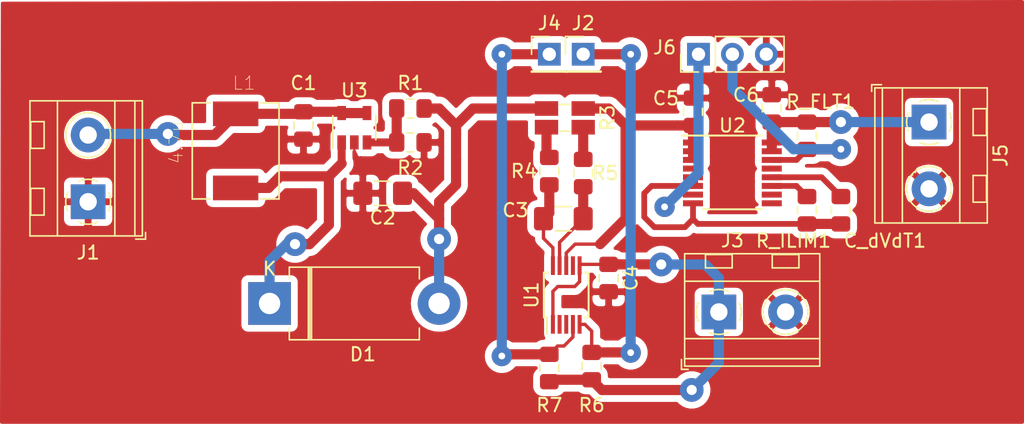
<source format=kicad_pcb>
(kicad_pcb (version 20171130) (host pcbnew "(5.1.0)-1")

  (general
    (thickness 1.6)
    (drawings 0)
    (tracks 142)
    (zones 0)
    (modules 27)
    (nets 22)
  )

  (page A4)
  (layers
    (0 F.Cu signal)
    (31 B.Cu signal)
    (32 B.Adhes user)
    (33 F.Adhes user)
    (34 B.Paste user)
    (35 F.Paste user)
    (36 B.SilkS user hide)
    (37 F.SilkS user)
    (38 B.Mask user)
    (39 F.Mask user hide)
    (40 Dwgs.User user)
    (41 Cmts.User user)
    (42 Eco1.User user)
    (43 Eco2.User user)
    (44 Edge.Cuts user)
    (45 Margin user)
    (46 B.CrtYd user)
    (47 F.CrtYd user)
    (48 B.Fab user)
    (49 F.Fab user)
  )

  (setup
    (last_trace_width 0.25)
    (user_trace_width 0.6)
    (user_trace_width 0.762)
    (trace_clearance 0.2)
    (zone_clearance 0.508)
    (zone_45_only no)
    (trace_min 0.2)
    (via_size 0.8)
    (via_drill 0.4)
    (via_min_size 0.4)
    (via_min_drill 0.3)
    (uvia_size 0.3)
    (uvia_drill 0.1)
    (uvias_allowed no)
    (uvia_min_size 0.2)
    (uvia_min_drill 0.1)
    (edge_width 0.15)
    (segment_width 0.2)
    (pcb_text_width 0.3)
    (pcb_text_size 1.5 1.5)
    (mod_edge_width 0.15)
    (mod_text_size 1 1)
    (mod_text_width 0.15)
    (pad_size 1.524 1.524)
    (pad_drill 0.762)
    (pad_to_mask_clearance 0.051)
    (solder_mask_min_width 0.25)
    (aux_axis_origin 0 0)
    (visible_elements 7FFDFFFF)
    (pcbplotparams
      (layerselection 0x010fc_ffffffff)
      (usegerberextensions false)
      (usegerberattributes false)
      (usegerberadvancedattributes false)
      (creategerberjobfile false)
      (excludeedgelayer true)
      (linewidth 0.100000)
      (plotframeref false)
      (viasonmask false)
      (mode 1)
      (useauxorigin false)
      (hpglpennumber 1)
      (hpglpenspeed 20)
      (hpglpendiameter 15.000000)
      (psnegative false)
      (psa4output false)
      (plotreference true)
      (plotvalue true)
      (plotinvisibletext false)
      (padsonsilk false)
      (subtractmaskfromsilk false)
      (outputformat 1)
      (mirror false)
      (drillshape 1)
      (scaleselection 1)
      (outputdirectory ""))
  )

  (net 0 "")
  (net 1 GND)
  (net 2 "Net-(C2-Pad1)")
  (net 3 "Net-(D1-Pad1)")
  (net 4 "Net-(R1-Pad2)")
  (net 5 +BATT)
  (net 6 +3V3)
  (net 7 "Net-(J6-Pad1)")
  (net 8 "Net-(J4-Pad1)")
  (net 9 "Net-(R3-Pad2)")
  (net 10 "Net-(C3-Pad1)")
  (net 11 "Net-(C3-Pad2)")
  (net 12 "Net-(R3-Pad3)")
  (net 13 "Net-(C5-Pad1)")
  (net 14 "Net-(C6-Pad2)")
  (net 15 "Net-(C_dVdT1-Pad2)")
  (net 16 "Net-(C_dVdT1-Pad1)")
  (net 17 "Net-(J2-Pad1)")
  (net 18 "Net-(J6-Pad2)")
  (net 19 "Net-(R_ILIM1-Pad1)")
  (net 20 "Net-(U1-Pad3)")
  (net 21 "Net-(U2-Pad10)")

  (net_class Default "This is the default net class."
    (clearance 0.2)
    (trace_width 0.25)
    (via_dia 0.8)
    (via_drill 0.4)
    (uvia_dia 0.3)
    (uvia_drill 0.1)
    (add_net +3V3)
    (add_net +BATT)
    (add_net GND)
    (add_net "Net-(C2-Pad1)")
    (add_net "Net-(C3-Pad1)")
    (add_net "Net-(C3-Pad2)")
    (add_net "Net-(C5-Pad1)")
    (add_net "Net-(C6-Pad2)")
    (add_net "Net-(C_dVdT1-Pad1)")
    (add_net "Net-(C_dVdT1-Pad2)")
    (add_net "Net-(D1-Pad1)")
    (add_net "Net-(J2-Pad1)")
    (add_net "Net-(J4-Pad1)")
    (add_net "Net-(J6-Pad1)")
    (add_net "Net-(J6-Pad2)")
    (add_net "Net-(R1-Pad2)")
    (add_net "Net-(R3-Pad2)")
    (add_net "Net-(R3-Pad3)")
    (add_net "Net-(R_ILIM1-Pad1)")
    (add_net "Net-(U1-Pad3)")
    (add_net "Net-(U2-Pad10)")
  )

  (module Capacitor_SMD:C_0805_2012Metric_Pad1.15x1.40mm_HandSolder (layer F.Cu) (tedit 5B36C52B) (tstamp 5CE591A3)
    (at 165.735 118.11 270)
    (descr "Capacitor SMD 0805 (2012 Metric), square (rectangular) end terminal, IPC_7351 nominal with elongated pad for handsoldering. (Body size source: https://docs.google.com/spreadsheets/d/1BsfQQcO9C6DZCsRaXUlFlo91Tg2WpOkGARC1WS5S8t0/edit?usp=sharing), generated with kicad-footprint-generator")
    (tags "capacitor handsolder")
    (path /5CABD8F1)
    (attr smd)
    (fp_text reference C4 (at 0 -1.65 270) (layer F.SilkS)
      (effects (font (size 1 1) (thickness 0.15)))
    )
    (fp_text value 0.1u (at 0 1.65 270) (layer F.Fab)
      (effects (font (size 1 1) (thickness 0.15)))
    )
    (fp_line (start -1 0.6) (end -1 -0.6) (layer F.Fab) (width 0.1))
    (fp_line (start -1 -0.6) (end 1 -0.6) (layer F.Fab) (width 0.1))
    (fp_line (start 1 -0.6) (end 1 0.6) (layer F.Fab) (width 0.1))
    (fp_line (start 1 0.6) (end -1 0.6) (layer F.Fab) (width 0.1))
    (fp_line (start -0.261252 -0.71) (end 0.261252 -0.71) (layer F.SilkS) (width 0.12))
    (fp_line (start -0.261252 0.71) (end 0.261252 0.71) (layer F.SilkS) (width 0.12))
    (fp_line (start -1.85 0.95) (end -1.85 -0.95) (layer F.CrtYd) (width 0.05))
    (fp_line (start -1.85 -0.95) (end 1.85 -0.95) (layer F.CrtYd) (width 0.05))
    (fp_line (start 1.85 -0.95) (end 1.85 0.95) (layer F.CrtYd) (width 0.05))
    (fp_line (start 1.85 0.95) (end -1.85 0.95) (layer F.CrtYd) (width 0.05))
    (fp_text user %R (at 0 0 270) (layer F.Fab)
      (effects (font (size 0.5 0.5) (thickness 0.08)))
    )
    (pad 1 smd roundrect (at -1.025 0 270) (size 1.15 1.4) (layers F.Cu F.Paste F.Mask) (roundrect_rratio 0.217391)
      (net 6 +3V3))
    (pad 2 smd roundrect (at 1.025 0 270) (size 1.15 1.4) (layers F.Cu F.Paste F.Mask) (roundrect_rratio 0.217391)
      (net 1 GND))
    (model ${KISYS3DMOD}/Capacitor_SMD.3dshapes/C_0805_2012Metric.wrl
      (at (xyz 0 0 0))
      (scale (xyz 1 1 1))
      (rotate (xyz 0 0 0))
    )
  )

  (module Capacitor_SMD:C_1206_3216Metric_Pad1.42x1.75mm_HandSolder (layer F.Cu) (tedit 5B301BBE) (tstamp 5CE59172)
    (at 162.3425 113.665 180)
    (descr "Capacitor SMD 1206 (3216 Metric), square (rectangular) end terminal, IPC_7351 nominal with elongated pad for handsoldering. (Body size source: http://www.tortai-tech.com/upload/download/2011102023233369053.pdf), generated with kicad-footprint-generator")
    (tags "capacitor handsolder")
    (path /5CAD0C0E)
    (attr smd)
    (fp_text reference C3 (at 3.5925 0.635 180) (layer F.SilkS)
      (effects (font (size 1 1) (thickness 0.15)))
    )
    (fp_text value 1u (at 0 1.82 180) (layer F.Fab)
      (effects (font (size 1 1) (thickness 0.15)))
    )
    (fp_line (start -1.6 0.8) (end -1.6 -0.8) (layer F.Fab) (width 0.1))
    (fp_line (start -1.6 -0.8) (end 1.6 -0.8) (layer F.Fab) (width 0.1))
    (fp_line (start 1.6 -0.8) (end 1.6 0.8) (layer F.Fab) (width 0.1))
    (fp_line (start 1.6 0.8) (end -1.6 0.8) (layer F.Fab) (width 0.1))
    (fp_line (start -0.602064 -0.91) (end 0.602064 -0.91) (layer F.SilkS) (width 0.12))
    (fp_line (start -0.602064 0.91) (end 0.602064 0.91) (layer F.SilkS) (width 0.12))
    (fp_line (start -2.45 1.12) (end -2.45 -1.12) (layer F.CrtYd) (width 0.05))
    (fp_line (start -2.45 -1.12) (end 2.45 -1.12) (layer F.CrtYd) (width 0.05))
    (fp_line (start 2.45 -1.12) (end 2.45 1.12) (layer F.CrtYd) (width 0.05))
    (fp_line (start 2.45 1.12) (end -2.45 1.12) (layer F.CrtYd) (width 0.05))
    (fp_text user %R (at 0 0 180) (layer F.Fab)
      (effects (font (size 0.8 0.8) (thickness 0.12)))
    )
    (pad 1 smd roundrect (at -1.4875 0 180) (size 1.425 1.75) (layers F.Cu F.Paste F.Mask) (roundrect_rratio 0.175439)
      (net 10 "Net-(C3-Pad1)"))
    (pad 2 smd roundrect (at 1.4875 0 180) (size 1.425 1.75) (layers F.Cu F.Paste F.Mask) (roundrect_rratio 0.175439)
      (net 11 "Net-(C3-Pad2)"))
    (model ${KISYS3DMOD}/Capacitor_SMD.3dshapes/C_1206_3216Metric.wrl
      (at (xyz 0 0 0))
      (scale (xyz 1 1 1))
      (rotate (xyz 0 0 0))
    )
  )

  (module Connector_PinHeader_2.54mm:PinHeader_1x01_P2.54mm_Vertical (layer F.Cu) (tedit 59FED5CC) (tstamp 5CE59161)
    (at 163.83 101.346)
    (descr "Through hole straight pin header, 1x01, 2.54mm pitch, single row")
    (tags "Through hole pin header THT 1x01 2.54mm single row")
    (path /5CAC353A)
    (fp_text reference J2 (at 0 -2.33) (layer F.SilkS)
      (effects (font (size 1 1) (thickness 0.15)))
    )
    (fp_text value SCL (at 0 2.33) (layer F.Fab)
      (effects (font (size 1 1) (thickness 0.15)))
    )
    (fp_text user %R (at 0 0 90) (layer F.Fab)
      (effects (font (size 1 1) (thickness 0.15)))
    )
    (fp_line (start 1.8 -1.8) (end -1.8 -1.8) (layer F.CrtYd) (width 0.05))
    (fp_line (start 1.8 1.8) (end 1.8 -1.8) (layer F.CrtYd) (width 0.05))
    (fp_line (start -1.8 1.8) (end 1.8 1.8) (layer F.CrtYd) (width 0.05))
    (fp_line (start -1.8 -1.8) (end -1.8 1.8) (layer F.CrtYd) (width 0.05))
    (fp_line (start -1.33 -1.33) (end 0 -1.33) (layer F.SilkS) (width 0.12))
    (fp_line (start -1.33 0) (end -1.33 -1.33) (layer F.SilkS) (width 0.12))
    (fp_line (start -1.33 1.27) (end 1.33 1.27) (layer F.SilkS) (width 0.12))
    (fp_line (start 1.33 1.27) (end 1.33 1.33) (layer F.SilkS) (width 0.12))
    (fp_line (start -1.33 1.27) (end -1.33 1.33) (layer F.SilkS) (width 0.12))
    (fp_line (start -1.33 1.33) (end 1.33 1.33) (layer F.SilkS) (width 0.12))
    (fp_line (start -1.27 -0.635) (end -0.635 -1.27) (layer F.Fab) (width 0.1))
    (fp_line (start -1.27 1.27) (end -1.27 -0.635) (layer F.Fab) (width 0.1))
    (fp_line (start 1.27 1.27) (end -1.27 1.27) (layer F.Fab) (width 0.1))
    (fp_line (start 1.27 -1.27) (end 1.27 1.27) (layer F.Fab) (width 0.1))
    (fp_line (start -0.635 -1.27) (end 1.27 -1.27) (layer F.Fab) (width 0.1))
    (pad 1 thru_hole rect (at 0 0) (size 1.7 1.7) (drill 1) (layers *.Cu *.Mask)
      (net 17 "Net-(J2-Pad1)"))
    (model ${KISYS3DMOD}/Connector_PinHeader_2.54mm.3dshapes/PinHeader_1x01_P2.54mm_Vertical.wrl
      (at (xyz 0 0 0))
      (scale (xyz 1 1 1))
      (rotate (xyz 0 0 0))
    )
  )

  (module Connector_PinHeader_2.54mm:PinHeader_1x01_P2.54mm_Vertical (layer F.Cu) (tedit 59FED5CC) (tstamp 5CE5914C)
    (at 161.29 101.346)
    (descr "Through hole straight pin header, 1x01, 2.54mm pitch, single row")
    (tags "Through hole pin header THT 1x01 2.54mm single row")
    (path /5CAC0ED6)
    (fp_text reference J4 (at 0 -2.33) (layer F.SilkS)
      (effects (font (size 1 1) (thickness 0.15)))
    )
    (fp_text value SDA (at 0 2.33) (layer F.Fab)
      (effects (font (size 1 1) (thickness 0.15)))
    )
    (fp_line (start -0.635 -1.27) (end 1.27 -1.27) (layer F.Fab) (width 0.1))
    (fp_line (start 1.27 -1.27) (end 1.27 1.27) (layer F.Fab) (width 0.1))
    (fp_line (start 1.27 1.27) (end -1.27 1.27) (layer F.Fab) (width 0.1))
    (fp_line (start -1.27 1.27) (end -1.27 -0.635) (layer F.Fab) (width 0.1))
    (fp_line (start -1.27 -0.635) (end -0.635 -1.27) (layer F.Fab) (width 0.1))
    (fp_line (start -1.33 1.33) (end 1.33 1.33) (layer F.SilkS) (width 0.12))
    (fp_line (start -1.33 1.27) (end -1.33 1.33) (layer F.SilkS) (width 0.12))
    (fp_line (start 1.33 1.27) (end 1.33 1.33) (layer F.SilkS) (width 0.12))
    (fp_line (start -1.33 1.27) (end 1.33 1.27) (layer F.SilkS) (width 0.12))
    (fp_line (start -1.33 0) (end -1.33 -1.33) (layer F.SilkS) (width 0.12))
    (fp_line (start -1.33 -1.33) (end 0 -1.33) (layer F.SilkS) (width 0.12))
    (fp_line (start -1.8 -1.8) (end -1.8 1.8) (layer F.CrtYd) (width 0.05))
    (fp_line (start -1.8 1.8) (end 1.8 1.8) (layer F.CrtYd) (width 0.05))
    (fp_line (start 1.8 1.8) (end 1.8 -1.8) (layer F.CrtYd) (width 0.05))
    (fp_line (start 1.8 -1.8) (end -1.8 -1.8) (layer F.CrtYd) (width 0.05))
    (fp_text user %R (at 0 0 90) (layer F.Fab)
      (effects (font (size 1 1) (thickness 0.15)))
    )
    (pad 1 thru_hole rect (at 0 0) (size 1.7 1.7) (drill 1) (layers *.Cu *.Mask)
      (net 8 "Net-(J4-Pad1)"))
    (model ${KISYS3DMOD}/Connector_PinHeader_2.54mm.3dshapes/PinHeader_1x01_P2.54mm_Vertical.wrl
      (at (xyz 0 0 0))
      (scale (xyz 1 1 1))
      (rotate (xyz 0 0 0))
    )
  )

  (module "Custom Shunt Resistor LVK12:R_Shunt_Ohmite_LVK12" (layer F.Cu) (tedit 5C748F87) (tstamp 5CE59137)
    (at 162.455 106.11 270)
    (descr "4 contact shunt resistor")
    (tags "shunt resistor 4 contacts")
    (path /5CABD997)
    (attr smd)
    (fp_text reference R3 (at 0 -3.2 90) (layer F.SilkS)
      (effects (font (size 1 1) (thickness 0.15)))
    )
    (fp_text value 39m (at 0 3.4 270) (layer F.Fab)
      (effects (font (size 1 1) (thickness 0.15)))
    )
    (fp_line (start 1 -0.4) (end 1 0.4) (layer F.SilkS) (width 0.12))
    (fp_line (start -1 0.4) (end -1 -0.4) (layer F.SilkS) (width 0.12))
    (fp_line (start -1.5 -2.5) (end 1.5 -2.5) (layer F.CrtYd) (width 0.05))
    (fp_line (start 1.5 -2.5) (end 1.5 2.5) (layer F.CrtYd) (width 0.05))
    (fp_line (start 1.5 2.5) (end -1.5 2.5) (layer F.CrtYd) (width 0.05))
    (fp_line (start -1.5 2.5) (end -1.5 -2.5) (layer F.CrtYd) (width 0.05))
    (fp_text user %R (at 0.1 0) (layer F.Fab)
      (effects (font (size 0.6 0.6) (thickness 0.1)))
    )
    (fp_line (start -0.8 1.6) (end 0.8 1.6) (layer F.Fab) (width 0.1))
    (fp_line (start 0.8 1.6) (end 0.8 -1.6) (layer F.Fab) (width 0.1))
    (fp_line (start 0.8 -1.6) (end -0.8 -1.6) (layer F.Fab) (width 0.1))
    (fp_line (start -0.8 -1.6) (end -0.8 1.6) (layer F.Fab) (width 0.1))
    (pad 1 smd rect (at -0.7 -1.375 270) (size 1.1 1.75) (layers F.Cu F.Paste F.Mask)
      (net 13 "Net-(C5-Pad1)"))
    (pad 2 smd rect (at 0.7 -1.375 270) (size 1.1 1.75) (layers F.Cu F.Paste F.Mask)
      (net 9 "Net-(R3-Pad2)"))
    (pad 4 smd rect (at -0.7 1.375 270) (size 1.1 1.75) (layers F.Cu F.Paste F.Mask)
      (net 2 "Net-(C2-Pad1)") (die_length 2))
    (pad 3 smd rect (at 0.7 1.375 270) (size 1.1 1.75) (layers F.Cu F.Paste F.Mask)
      (net 12 "Net-(R3-Pad3)"))
    (model ${KISYS3DMOD}/Resistor_SMD.3dshapes/R_Shunt_Ohmite_LVK12.wrl
      (at (xyz 0 0 0))
      (scale (xyz 1 1 1))
      (rotate (xyz 0 0 0))
    )
  )

  (module Resistor_SMD:R_0805_2012Metric_Pad1.15x1.40mm_HandSolder (layer F.Cu) (tedit 5B36C52B) (tstamp 5CE59061)
    (at 161.29 110.1 270)
    (descr "Resistor SMD 0805 (2012 Metric), square (rectangular) end terminal, IPC_7351 nominal with elongated pad for handsoldering. (Body size source: https://docs.google.com/spreadsheets/d/1BsfQQcO9C6DZCsRaXUlFlo91Tg2WpOkGARC1WS5S8t0/edit?usp=sharing), generated with kicad-footprint-generator")
    (tags "resistor handsolder")
    (path /5CAD0E1F)
    (attr smd)
    (fp_text reference R4 (at 0 1.905) (layer F.SilkS)
      (effects (font (size 1 1) (thickness 0.15)))
    )
    (fp_text value 6.8 (at 0 1.65 270) (layer F.Fab)
      (effects (font (size 1 1) (thickness 0.15)))
    )
    (fp_text user %R (at 0 0 270) (layer F.Fab)
      (effects (font (size 0.5 0.5) (thickness 0.08)))
    )
    (fp_line (start 1.85 0.95) (end -1.85 0.95) (layer F.CrtYd) (width 0.05))
    (fp_line (start 1.85 -0.95) (end 1.85 0.95) (layer F.CrtYd) (width 0.05))
    (fp_line (start -1.85 -0.95) (end 1.85 -0.95) (layer F.CrtYd) (width 0.05))
    (fp_line (start -1.85 0.95) (end -1.85 -0.95) (layer F.CrtYd) (width 0.05))
    (fp_line (start -0.261252 0.71) (end 0.261252 0.71) (layer F.SilkS) (width 0.12))
    (fp_line (start -0.261252 -0.71) (end 0.261252 -0.71) (layer F.SilkS) (width 0.12))
    (fp_line (start 1 0.6) (end -1 0.6) (layer F.Fab) (width 0.1))
    (fp_line (start 1 -0.6) (end 1 0.6) (layer F.Fab) (width 0.1))
    (fp_line (start -1 -0.6) (end 1 -0.6) (layer F.Fab) (width 0.1))
    (fp_line (start -1 0.6) (end -1 -0.6) (layer F.Fab) (width 0.1))
    (pad 2 smd roundrect (at 1.025 0 270) (size 1.15 1.4) (layers F.Cu F.Paste F.Mask) (roundrect_rratio 0.217391)
      (net 11 "Net-(C3-Pad2)"))
    (pad 1 smd roundrect (at -1.025 0 270) (size 1.15 1.4) (layers F.Cu F.Paste F.Mask) (roundrect_rratio 0.217391)
      (net 12 "Net-(R3-Pad3)"))
    (model ${KISYS3DMOD}/Resistor_SMD.3dshapes/R_0805_2012Metric.wrl
      (at (xyz 0 0 0))
      (scale (xyz 1 1 1))
      (rotate (xyz 0 0 0))
    )
  )

  (module Resistor_SMD:R_0805_2012Metric_Pad1.15x1.40mm_HandSolder (layer F.Cu) (tedit 5B36C52B) (tstamp 5CE59050)
    (at 163.83 110.245 270)
    (descr "Resistor SMD 0805 (2012 Metric), square (rectangular) end terminal, IPC_7351 nominal with elongated pad for handsoldering. (Body size source: https://docs.google.com/spreadsheets/d/1BsfQQcO9C6DZCsRaXUlFlo91Tg2WpOkGARC1WS5S8t0/edit?usp=sharing), generated with kicad-footprint-generator")
    (tags "resistor handsolder")
    (path /5CAD0E71)
    (attr smd)
    (fp_text reference R5 (at 0 -1.65) (layer F.SilkS)
      (effects (font (size 1 1) (thickness 0.15)))
    )
    (fp_text value 6.8 (at 0 1.65 270) (layer F.Fab)
      (effects (font (size 1 1) (thickness 0.15)))
    )
    (fp_line (start -1 0.6) (end -1 -0.6) (layer F.Fab) (width 0.1))
    (fp_line (start -1 -0.6) (end 1 -0.6) (layer F.Fab) (width 0.1))
    (fp_line (start 1 -0.6) (end 1 0.6) (layer F.Fab) (width 0.1))
    (fp_line (start 1 0.6) (end -1 0.6) (layer F.Fab) (width 0.1))
    (fp_line (start -0.261252 -0.71) (end 0.261252 -0.71) (layer F.SilkS) (width 0.12))
    (fp_line (start -0.261252 0.71) (end 0.261252 0.71) (layer F.SilkS) (width 0.12))
    (fp_line (start -1.85 0.95) (end -1.85 -0.95) (layer F.CrtYd) (width 0.05))
    (fp_line (start -1.85 -0.95) (end 1.85 -0.95) (layer F.CrtYd) (width 0.05))
    (fp_line (start 1.85 -0.95) (end 1.85 0.95) (layer F.CrtYd) (width 0.05))
    (fp_line (start 1.85 0.95) (end -1.85 0.95) (layer F.CrtYd) (width 0.05))
    (fp_text user %R (at 0 0 270) (layer F.Fab)
      (effects (font (size 0.5 0.5) (thickness 0.08)))
    )
    (pad 1 smd roundrect (at -1.025 0 270) (size 1.15 1.4) (layers F.Cu F.Paste F.Mask) (roundrect_rratio 0.217391)
      (net 9 "Net-(R3-Pad2)"))
    (pad 2 smd roundrect (at 1.025 0 270) (size 1.15 1.4) (layers F.Cu F.Paste F.Mask) (roundrect_rratio 0.217391)
      (net 10 "Net-(C3-Pad1)"))
    (model ${KISYS3DMOD}/Resistor_SMD.3dshapes/R_0805_2012Metric.wrl
      (at (xyz 0 0 0))
      (scale (xyz 1 1 1))
      (rotate (xyz 0 0 0))
    )
  )

  (module Resistor_SMD:R_0805_2012Metric_Pad1.15x1.40mm_HandSolder (layer F.Cu) (tedit 5B36C52B) (tstamp 5CE5903F)
    (at 164.465 124.705 90)
    (descr "Resistor SMD 0805 (2012 Metric), square (rectangular) end terminal, IPC_7351 nominal with elongated pad for handsoldering. (Body size source: https://docs.google.com/spreadsheets/d/1BsfQQcO9C6DZCsRaXUlFlo91Tg2WpOkGARC1WS5S8t0/edit?usp=sharing), generated with kicad-footprint-generator")
    (tags "resistor handsolder")
    (path /5CABDA87)
    (attr smd)
    (fp_text reference R6 (at -2.93 0 180) (layer F.SilkS)
      (effects (font (size 1 1) (thickness 0.15)))
    )
    (fp_text value 20k (at 0 1.65 90) (layer F.Fab)
      (effects (font (size 1 1) (thickness 0.15)))
    )
    (fp_text user %R (at 0 0 90) (layer F.Fab)
      (effects (font (size 0.5 0.5) (thickness 0.08)))
    )
    (fp_line (start 1.85 0.95) (end -1.85 0.95) (layer F.CrtYd) (width 0.05))
    (fp_line (start 1.85 -0.95) (end 1.85 0.95) (layer F.CrtYd) (width 0.05))
    (fp_line (start -1.85 -0.95) (end 1.85 -0.95) (layer F.CrtYd) (width 0.05))
    (fp_line (start -1.85 0.95) (end -1.85 -0.95) (layer F.CrtYd) (width 0.05))
    (fp_line (start -0.261252 0.71) (end 0.261252 0.71) (layer F.SilkS) (width 0.12))
    (fp_line (start -0.261252 -0.71) (end 0.261252 -0.71) (layer F.SilkS) (width 0.12))
    (fp_line (start 1 0.6) (end -1 0.6) (layer F.Fab) (width 0.1))
    (fp_line (start 1 -0.6) (end 1 0.6) (layer F.Fab) (width 0.1))
    (fp_line (start -1 -0.6) (end 1 -0.6) (layer F.Fab) (width 0.1))
    (fp_line (start -1 0.6) (end -1 -0.6) (layer F.Fab) (width 0.1))
    (pad 2 smd roundrect (at 1.025 0 90) (size 1.15 1.4) (layers F.Cu F.Paste F.Mask) (roundrect_rratio 0.217391)
      (net 17 "Net-(J2-Pad1)"))
    (pad 1 smd roundrect (at -1.025 0 90) (size 1.15 1.4) (layers F.Cu F.Paste F.Mask) (roundrect_rratio 0.217391)
      (net 6 +3V3))
    (model ${KISYS3DMOD}/Resistor_SMD.3dshapes/R_0805_2012Metric.wrl
      (at (xyz 0 0 0))
      (scale (xyz 1 1 1))
      (rotate (xyz 0 0 0))
    )
  )

  (module Resistor_SMD:R_0805_2012Metric_Pad1.15x1.40mm_HandSolder (layer F.Cu) (tedit 5B36C52B) (tstamp 5CE5902E)
    (at 161.29 124.85 270)
    (descr "Resistor SMD 0805 (2012 Metric), square (rectangular) end terminal, IPC_7351 nominal with elongated pad for handsoldering. (Body size source: https://docs.google.com/spreadsheets/d/1BsfQQcO9C6DZCsRaXUlFlo91Tg2WpOkGARC1WS5S8t0/edit?usp=sharing), generated with kicad-footprint-generator")
    (tags "resistor handsolder")
    (path /5CABDA2B)
    (attr smd)
    (fp_text reference R7 (at 2.785 0) (layer F.SilkS)
      (effects (font (size 1 1) (thickness 0.15)))
    )
    (fp_text value 20k (at 0 1.65 270) (layer F.Fab)
      (effects (font (size 1 1) (thickness 0.15)))
    )
    (fp_line (start -1 0.6) (end -1 -0.6) (layer F.Fab) (width 0.1))
    (fp_line (start -1 -0.6) (end 1 -0.6) (layer F.Fab) (width 0.1))
    (fp_line (start 1 -0.6) (end 1 0.6) (layer F.Fab) (width 0.1))
    (fp_line (start 1 0.6) (end -1 0.6) (layer F.Fab) (width 0.1))
    (fp_line (start -0.261252 -0.71) (end 0.261252 -0.71) (layer F.SilkS) (width 0.12))
    (fp_line (start -0.261252 0.71) (end 0.261252 0.71) (layer F.SilkS) (width 0.12))
    (fp_line (start -1.85 0.95) (end -1.85 -0.95) (layer F.CrtYd) (width 0.05))
    (fp_line (start -1.85 -0.95) (end 1.85 -0.95) (layer F.CrtYd) (width 0.05))
    (fp_line (start 1.85 -0.95) (end 1.85 0.95) (layer F.CrtYd) (width 0.05))
    (fp_line (start 1.85 0.95) (end -1.85 0.95) (layer F.CrtYd) (width 0.05))
    (fp_text user %R (at 0 0 270) (layer F.Fab)
      (effects (font (size 0.5 0.5) (thickness 0.08)))
    )
    (pad 1 smd roundrect (at -1.025 0 270) (size 1.15 1.4) (layers F.Cu F.Paste F.Mask) (roundrect_rratio 0.217391)
      (net 8 "Net-(J4-Pad1)"))
    (pad 2 smd roundrect (at 1.025 0 270) (size 1.15 1.4) (layers F.Cu F.Paste F.Mask) (roundrect_rratio 0.217391)
      (net 6 +3V3))
    (model ${KISYS3DMOD}/Resistor_SMD.3dshapes/R_0805_2012Metric.wrl
      (at (xyz 0 0 0))
      (scale (xyz 1 1 1))
      (rotate (xyz 0 0 0))
    )
  )

  (module TerminalBlock_MetzConnect:TerminalBlock_MetzConnect_Type094_RT03502HBLU_1x02_P5.00mm_Horizontal (layer F.Cu) (tedit 5B294E9C) (tstamp 5CE58F46)
    (at 173.99 120.65)
    (descr "terminal block Metz Connect Type094_RT03502HBLU, 2 pins, pitch 5mm, size 10x8.3mm^2, drill diamater 1.3mm, pad diameter 2.6mm, see http://www.metz-connect.com/ru/system/files/productfiles/Data_sheet_310941_RT035xxHBLU_OFF-022742T.pdf, script-generated using https://github.com/pointhi/kicad-footprint-generator/scripts/TerminalBlock_MetzConnect")
    (tags "THT terminal block Metz Connect Type094_RT03502HBLU pitch 5mm size 10x8.3mm^2 drill 1.3mm pad 2.6mm")
    (path /5CB65F56)
    (fp_text reference J3 (at 1.016 -5.36) (layer F.SilkS)
      (effects (font (size 1 1) (thickness 0.15)))
    )
    (fp_text value "Supply Voltage" (at 2.5 5.06) (layer F.Fab)
      (effects (font (size 1 1) (thickness 0.15)))
    )
    (fp_arc (start 0 0) (end 0 1.68) (angle -24) (layer F.SilkS) (width 0.12))
    (fp_arc (start 0 0) (end 1.535 0.684) (angle -48) (layer F.SilkS) (width 0.12))
    (fp_arc (start 0 0) (end 0.684 -1.535) (angle -48) (layer F.SilkS) (width 0.12))
    (fp_arc (start 0 0) (end -1.535 -0.684) (angle -48) (layer F.SilkS) (width 0.12))
    (fp_arc (start 0 0) (end -0.684 1.535) (angle -25) (layer F.SilkS) (width 0.12))
    (fp_circle (center 0 0) (end 1.5 0) (layer F.Fab) (width 0.1))
    (fp_circle (center 5 0) (end 6.5 0) (layer F.Fab) (width 0.1))
    (fp_circle (center 5 0) (end 6.68 0) (layer F.SilkS) (width 0.12))
    (fp_line (start -2.5 -4.3) (end 7.5 -4.3) (layer F.Fab) (width 0.1))
    (fp_line (start 7.5 -4.3) (end 7.5 4) (layer F.Fab) (width 0.1))
    (fp_line (start 7.5 4) (end -2 4) (layer F.Fab) (width 0.1))
    (fp_line (start -2 4) (end -2.5 3.5) (layer F.Fab) (width 0.1))
    (fp_line (start -2.5 3.5) (end -2.5 -4.3) (layer F.Fab) (width 0.1))
    (fp_line (start -2.5 3.5) (end 7.5 3.5) (layer F.Fab) (width 0.1))
    (fp_line (start -2.56 3.5) (end 7.56 3.5) (layer F.SilkS) (width 0.12))
    (fp_line (start -2.5 2) (end 7.5 2) (layer F.Fab) (width 0.1))
    (fp_line (start -2.56 2) (end 7.56 2) (layer F.SilkS) (width 0.12))
    (fp_line (start -2.5 -2.3) (end 7.5 -2.3) (layer F.Fab) (width 0.1))
    (fp_line (start -2.56 -2.301) (end 7.56 -2.301) (layer F.SilkS) (width 0.12))
    (fp_line (start -2.56 -4.36) (end 7.56 -4.36) (layer F.SilkS) (width 0.12))
    (fp_line (start -2.56 4.06) (end 7.56 4.06) (layer F.SilkS) (width 0.12))
    (fp_line (start -2.56 -4.36) (end -2.56 4.06) (layer F.SilkS) (width 0.12))
    (fp_line (start 7.56 -4.36) (end 7.56 4.06) (layer F.SilkS) (width 0.12))
    (fp_line (start 1.138 -0.955) (end -0.955 1.138) (layer F.Fab) (width 0.1))
    (fp_line (start 0.955 -1.138) (end -1.138 0.955) (layer F.Fab) (width 0.1))
    (fp_line (start -1 -4.3) (end -1 -3.3) (layer F.Fab) (width 0.1))
    (fp_line (start -1 -3.3) (end 1 -3.3) (layer F.Fab) (width 0.1))
    (fp_line (start 1 -3.3) (end 1 -4.3) (layer F.Fab) (width 0.1))
    (fp_line (start 1 -4.3) (end -1 -4.3) (layer F.Fab) (width 0.1))
    (fp_line (start -1 -4.3) (end 1 -4.3) (layer F.SilkS) (width 0.12))
    (fp_line (start -1 -3.3) (end 1 -3.3) (layer F.SilkS) (width 0.12))
    (fp_line (start -1 -4.3) (end -1 -3.3) (layer F.SilkS) (width 0.12))
    (fp_line (start 1 -4.3) (end 1 -3.3) (layer F.SilkS) (width 0.12))
    (fp_line (start 6.138 -0.955) (end 4.046 1.138) (layer F.Fab) (width 0.1))
    (fp_line (start 5.955 -1.138) (end 3.863 0.955) (layer F.Fab) (width 0.1))
    (fp_line (start 6.275 -1.069) (end 6.228 -1.023) (layer F.SilkS) (width 0.12))
    (fp_line (start 3.966 1.239) (end 3.931 1.274) (layer F.SilkS) (width 0.12))
    (fp_line (start 6.07 -1.275) (end 6.035 -1.239) (layer F.SilkS) (width 0.12))
    (fp_line (start 3.773 1.023) (end 3.726 1.069) (layer F.SilkS) (width 0.12))
    (fp_line (start 4 -4.3) (end 4 -3.3) (layer F.Fab) (width 0.1))
    (fp_line (start 4 -3.3) (end 6 -3.3) (layer F.Fab) (width 0.1))
    (fp_line (start 6 -3.3) (end 6 -4.3) (layer F.Fab) (width 0.1))
    (fp_line (start 6 -4.3) (end 4 -4.3) (layer F.Fab) (width 0.1))
    (fp_line (start 4 -4.3) (end 6 -4.3) (layer F.SilkS) (width 0.12))
    (fp_line (start 4 -3.3) (end 6 -3.3) (layer F.SilkS) (width 0.12))
    (fp_line (start 4 -4.3) (end 4 -3.3) (layer F.SilkS) (width 0.12))
    (fp_line (start 6 -4.3) (end 6 -3.3) (layer F.SilkS) (width 0.12))
    (fp_line (start -2.8 3.56) (end -2.8 4.3) (layer F.SilkS) (width 0.12))
    (fp_line (start -2.8 4.3) (end -2.3 4.3) (layer F.SilkS) (width 0.12))
    (fp_line (start -3 -4.81) (end -3 4.5) (layer F.CrtYd) (width 0.05))
    (fp_line (start -3 4.5) (end 8 4.5) (layer F.CrtYd) (width 0.05))
    (fp_line (start 8 4.5) (end 8 -4.81) (layer F.CrtYd) (width 0.05))
    (fp_line (start 8 -4.81) (end -3 -4.81) (layer F.CrtYd) (width 0.05))
    (fp_text user %R (at 2.5 2.75) (layer F.Fab)
      (effects (font (size 1 1) (thickness 0.15)))
    )
    (pad 1 thru_hole rect (at 0 0) (size 2.6 2.6) (drill 1.3) (layers *.Cu *.Mask)
      (net 6 +3V3))
    (pad 2 thru_hole circle (at 5 0) (size 2.6 2.6) (drill 1.3) (layers *.Cu *.Mask)
      (net 1 GND))
    (model ${KISYS3DMOD}/TerminalBlock_MetzConnect.3dshapes/TerminalBlock_MetzConnect_Type094_RT03502HBLU_1x02_P5.00mm_Horizontal.wrl
      (at (xyz 0 0 0))
      (scale (xyz 1 1 1))
      (rotate (xyz 0 0 0))
    )
  )

  (module Capacitor_SMD:C_0805_2012Metric_Pad1.15x1.40mm_HandSolder (layer F.Cu) (tedit 5B36C52B) (tstamp 5CE1E7F8)
    (at 142.875 106.68 270)
    (descr "Capacitor SMD 0805 (2012 Metric), square (rectangular) end terminal, IPC_7351 nominal with elongated pad for handsoldering. (Body size source: https://docs.google.com/spreadsheets/d/1BsfQQcO9C6DZCsRaXUlFlo91Tg2WpOkGARC1WS5S8t0/edit?usp=sharing), generated with kicad-footprint-generator")
    (tags "capacitor handsolder")
    (path /5CD8380F)
    (attr smd)
    (fp_text reference C1 (at -3.175 0) (layer F.SilkS)
      (effects (font (size 1 1) (thickness 0.15)))
    )
    (fp_text value 10u (at 0 1.65 270) (layer F.Fab)
      (effects (font (size 1 1) (thickness 0.15)))
    )
    (fp_line (start -1 0.6) (end -1 -0.6) (layer F.Fab) (width 0.1))
    (fp_line (start -1 -0.6) (end 1 -0.6) (layer F.Fab) (width 0.1))
    (fp_line (start 1 -0.6) (end 1 0.6) (layer F.Fab) (width 0.1))
    (fp_line (start 1 0.6) (end -1 0.6) (layer F.Fab) (width 0.1))
    (fp_line (start -0.261252 -0.71) (end 0.261252 -0.71) (layer F.SilkS) (width 0.12))
    (fp_line (start -0.261252 0.71) (end 0.261252 0.71) (layer F.SilkS) (width 0.12))
    (fp_line (start -1.85 0.95) (end -1.85 -0.95) (layer F.CrtYd) (width 0.05))
    (fp_line (start -1.85 -0.95) (end 1.85 -0.95) (layer F.CrtYd) (width 0.05))
    (fp_line (start 1.85 -0.95) (end 1.85 0.95) (layer F.CrtYd) (width 0.05))
    (fp_line (start 1.85 0.95) (end -1.85 0.95) (layer F.CrtYd) (width 0.05))
    (fp_text user %R (at 0 0 270) (layer F.Fab)
      (effects (font (size 0.5 0.5) (thickness 0.08)))
    )
    (pad 1 smd roundrect (at -1.025 0 270) (size 1.15 1.4) (layers F.Cu F.Paste F.Mask) (roundrect_rratio 0.217391)
      (net 5 +BATT))
    (pad 2 smd roundrect (at 1.025 0 270) (size 1.15 1.4) (layers F.Cu F.Paste F.Mask) (roundrect_rratio 0.217391)
      (net 1 GND))
    (model ${KISYS3DMOD}/Capacitor_SMD.3dshapes/C_0805_2012Metric.wrl
      (at (xyz 0 0 0))
      (scale (xyz 1 1 1))
      (rotate (xyz 0 0 0))
    )
  )

  (module SRP6540-100M:IND_SRP6540-100M (layer F.Cu) (tedit 0) (tstamp 5CE1E911)
    (at 137.795 108.585 270)
    (path /5CD83277)
    (attr smd)
    (fp_text reference L1 (at -5.08 -0.635) (layer F.SilkS)
      (effects (font (size 1.00106 1.00106) (thickness 0.05)))
    )
    (fp_text value 4.7u (at -0.63603 4.45221 270) (layer F.SilkS)
      (effects (font (size 1.00162 1.00162) (thickness 0.05)))
    )
    (fp_line (start -3.6 -3.25) (end 3.6 -3.25) (layer Eco2.User) (width 0.127))
    (fp_line (start 3.6 -3.25) (end 3.6 3.25) (layer Eco2.User) (width 0.127))
    (fp_line (start 3.6 3.25) (end -3.6 3.25) (layer Eco2.User) (width 0.127))
    (fp_line (start -3.6 3.25) (end -3.6 -3.25) (layer Eco2.User) (width 0.127))
    (fp_line (start -3.6 -3.25) (end 3.6 -3.25) (layer F.SilkS) (width 0.127))
    (fp_line (start 3.6 -3.25) (end 3.6 -1.9) (layer F.SilkS) (width 0.127))
    (fp_line (start 3.6 1.9) (end 3.6 3.25) (layer F.SilkS) (width 0.127))
    (fp_line (start 3.6 3.25) (end -3.6 3.25) (layer F.SilkS) (width 0.127))
    (fp_line (start -3.6 3.25) (end -3.6 1.9) (layer F.SilkS) (width 0.127))
    (fp_line (start -3.6 -1.9) (end -3.6 -3.25) (layer F.SilkS) (width 0.127))
    (fp_line (start -3.95 -3.5) (end 3.95 -3.5) (layer Eco1.User) (width 0.05))
    (fp_line (start 3.95 -3.5) (end 3.95 3.5) (layer Eco1.User) (width 0.05))
    (fp_line (start 3.95 3.5) (end -3.95 3.5) (layer Eco1.User) (width 0.05))
    (fp_line (start -3.95 3.5) (end -3.95 -3.5) (layer Eco1.User) (width 0.05))
    (pad 1 smd rect (at -2.775 0 270) (size 1.85 3.4) (layers F.Cu F.Paste F.Mask)
      (net 5 +BATT))
    (pad 2 smd rect (at 2.775 0 270) (size 1.85 3.4) (layers F.Cu F.Paste F.Mask)
      (net 3 "Net-(D1-Pad1)"))
  )

  (module Capacitor_SMD:C_1206_3216Metric_Pad1.42x1.75mm_HandSolder (layer F.Cu) (tedit 5B301BBE) (tstamp 5CE1E809)
    (at 148.8075 111.76 180)
    (descr "Capacitor SMD 1206 (3216 Metric), square (rectangular) end terminal, IPC_7351 nominal with elongated pad for handsoldering. (Body size source: http://www.tortai-tech.com/upload/download/2011102023233369053.pdf), generated with kicad-footprint-generator")
    (tags "capacitor handsolder")
    (path /5CD839ED)
    (attr smd)
    (fp_text reference C2 (at 0 -1.82 180) (layer F.SilkS)
      (effects (font (size 1 1) (thickness 0.15)))
    )
    (fp_text value 47u (at 0 1.82 180) (layer F.Fab)
      (effects (font (size 1 1) (thickness 0.15)))
    )
    (fp_text user %R (at 0 0 180) (layer F.Fab)
      (effects (font (size 0.8 0.8) (thickness 0.12)))
    )
    (fp_line (start 2.45 1.12) (end -2.45 1.12) (layer F.CrtYd) (width 0.05))
    (fp_line (start 2.45 -1.12) (end 2.45 1.12) (layer F.CrtYd) (width 0.05))
    (fp_line (start -2.45 -1.12) (end 2.45 -1.12) (layer F.CrtYd) (width 0.05))
    (fp_line (start -2.45 1.12) (end -2.45 -1.12) (layer F.CrtYd) (width 0.05))
    (fp_line (start -0.602064 0.91) (end 0.602064 0.91) (layer F.SilkS) (width 0.12))
    (fp_line (start -0.602064 -0.91) (end 0.602064 -0.91) (layer F.SilkS) (width 0.12))
    (fp_line (start 1.6 0.8) (end -1.6 0.8) (layer F.Fab) (width 0.1))
    (fp_line (start 1.6 -0.8) (end 1.6 0.8) (layer F.Fab) (width 0.1))
    (fp_line (start -1.6 -0.8) (end 1.6 -0.8) (layer F.Fab) (width 0.1))
    (fp_line (start -1.6 0.8) (end -1.6 -0.8) (layer F.Fab) (width 0.1))
    (pad 2 smd roundrect (at 1.4875 0 180) (size 1.425 1.75) (layers F.Cu F.Paste F.Mask) (roundrect_rratio 0.175439)
      (net 1 GND))
    (pad 1 smd roundrect (at -1.4875 0 180) (size 1.425 1.75) (layers F.Cu F.Paste F.Mask) (roundrect_rratio 0.175439)
      (net 2 "Net-(C2-Pad1)"))
    (model ${KISYS3DMOD}/Capacitor_SMD.3dshapes/C_1206_3216Metric.wrl
      (at (xyz 0 0 0))
      (scale (xyz 1 1 1))
      (rotate (xyz 0 0 0))
    )
  )

  (module Diode_THT:D_DO-201AD_P12.70mm_Horizontal (layer F.Cu) (tedit 5AE50CD5) (tstamp 5CE1E85B)
    (at 140.335 120.015)
    (descr "Diode, DO-201AD series, Axial, Horizontal, pin pitch=12.7mm, , length*diameter=9.5*5.2mm^2, , http://www.diodes.com/_files/packages/DO-201AD.pdf")
    (tags "Diode DO-201AD series Axial Horizontal pin pitch 12.7mm  length 9.5mm diameter 5.2mm")
    (path /5C80B68A)
    (fp_text reference D1 (at 6.985 3.81) (layer F.SilkS)
      (effects (font (size 1 1) (thickness 0.15)))
    )
    (fp_text value DIODE (at 6.35 3.72) (layer F.Fab)
      (effects (font (size 1 1) (thickness 0.15)))
    )
    (fp_line (start 1.6 -2.6) (end 1.6 2.6) (layer F.Fab) (width 0.1))
    (fp_line (start 1.6 2.6) (end 11.1 2.6) (layer F.Fab) (width 0.1))
    (fp_line (start 11.1 2.6) (end 11.1 -2.6) (layer F.Fab) (width 0.1))
    (fp_line (start 11.1 -2.6) (end 1.6 -2.6) (layer F.Fab) (width 0.1))
    (fp_line (start 0 0) (end 1.6 0) (layer F.Fab) (width 0.1))
    (fp_line (start 12.7 0) (end 11.1 0) (layer F.Fab) (width 0.1))
    (fp_line (start 3.025 -2.6) (end 3.025 2.6) (layer F.Fab) (width 0.1))
    (fp_line (start 3.125 -2.6) (end 3.125 2.6) (layer F.Fab) (width 0.1))
    (fp_line (start 2.925 -2.6) (end 2.925 2.6) (layer F.Fab) (width 0.1))
    (fp_line (start 1.48 -1.84) (end 1.48 -2.72) (layer F.SilkS) (width 0.12))
    (fp_line (start 1.48 -2.72) (end 11.22 -2.72) (layer F.SilkS) (width 0.12))
    (fp_line (start 11.22 -2.72) (end 11.22 -1.84) (layer F.SilkS) (width 0.12))
    (fp_line (start 1.48 1.84) (end 1.48 2.72) (layer F.SilkS) (width 0.12))
    (fp_line (start 1.48 2.72) (end 11.22 2.72) (layer F.SilkS) (width 0.12))
    (fp_line (start 11.22 2.72) (end 11.22 1.84) (layer F.SilkS) (width 0.12))
    (fp_line (start 3.025 -2.72) (end 3.025 2.72) (layer F.SilkS) (width 0.12))
    (fp_line (start 3.145 -2.72) (end 3.145 2.72) (layer F.SilkS) (width 0.12))
    (fp_line (start 2.905 -2.72) (end 2.905 2.72) (layer F.SilkS) (width 0.12))
    (fp_line (start -1.85 -2.85) (end -1.85 2.85) (layer F.CrtYd) (width 0.05))
    (fp_line (start -1.85 2.85) (end 14.55 2.85) (layer F.CrtYd) (width 0.05))
    (fp_line (start 14.55 2.85) (end 14.55 -2.85) (layer F.CrtYd) (width 0.05))
    (fp_line (start 14.55 -2.85) (end -1.85 -2.85) (layer F.CrtYd) (width 0.05))
    (fp_text user %R (at 7.0625 0) (layer F.Fab)
      (effects (font (size 1 1) (thickness 0.15)))
    )
    (fp_text user K (at 0 -2.6) (layer F.Fab)
      (effects (font (size 1 1) (thickness 0.15)))
    )
    (fp_text user K (at 0 -2.6) (layer F.SilkS)
      (effects (font (size 1 1) (thickness 0.15)))
    )
    (pad 1 thru_hole rect (at 0 0) (size 3.2 3.2) (drill 1.6) (layers *.Cu *.Mask)
      (net 3 "Net-(D1-Pad1)"))
    (pad 2 thru_hole oval (at 12.7 0) (size 3.2 3.2) (drill 1.6) (layers *.Cu *.Mask)
      (net 2 "Net-(C2-Pad1)"))
    (model ${KISYS3DMOD}/Diode_THT.3dshapes/D_DO-201AD_P12.70mm_Horizontal.wrl
      (at (xyz 0 0 0))
      (scale (xyz 1 1 1))
      (rotate (xyz 0 0 0))
    )
  )

  (module TerminalBlock_MetzConnect:TerminalBlock_MetzConnect_Type094_RT03502HBLU_1x02_P5.00mm_Horizontal (layer F.Cu) (tedit 5B294E9C) (tstamp 5CE1E897)
    (at 126.746 112.395 90)
    (descr "terminal block Metz Connect Type094_RT03502HBLU, 2 pins, pitch 5mm, size 10x8.3mm^2, drill diamater 1.3mm, pad diameter 2.6mm, see http://www.metz-connect.com/ru/system/files/productfiles/Data_sheet_310941_RT035xxHBLU_OFF-022742T.pdf, script-generated using https://github.com/pointhi/kicad-footprint-generator/scripts/TerminalBlock_MetzConnect")
    (tags "THT terminal block Metz Connect Type094_RT03502HBLU pitch 5mm size 10x8.3mm^2 drill 1.3mm pad 2.6mm")
    (path /5C80BD64)
    (fp_text reference J1 (at -3.81 0 180) (layer F.SilkS)
      (effects (font (size 1 1) (thickness 0.15)))
    )
    (fp_text value Vin (at 2.5 5.06 90) (layer F.Fab)
      (effects (font (size 1 1) (thickness 0.15)))
    )
    (fp_arc (start 0 0) (end 0 1.68) (angle -24) (layer F.SilkS) (width 0.12))
    (fp_arc (start 0 0) (end 1.535 0.684) (angle -48) (layer F.SilkS) (width 0.12))
    (fp_arc (start 0 0) (end 0.684 -1.535) (angle -48) (layer F.SilkS) (width 0.12))
    (fp_arc (start 0 0) (end -1.535 -0.684) (angle -48) (layer F.SilkS) (width 0.12))
    (fp_arc (start 0 0) (end -0.684 1.535) (angle -25) (layer F.SilkS) (width 0.12))
    (fp_circle (center 0 0) (end 1.5 0) (layer F.Fab) (width 0.1))
    (fp_circle (center 5 0) (end 6.5 0) (layer F.Fab) (width 0.1))
    (fp_circle (center 5 0) (end 6.68 0) (layer F.SilkS) (width 0.12))
    (fp_line (start -2.5 -4.3) (end 7.5 -4.3) (layer F.Fab) (width 0.1))
    (fp_line (start 7.5 -4.3) (end 7.5 4) (layer F.Fab) (width 0.1))
    (fp_line (start 7.5 4) (end -2 4) (layer F.Fab) (width 0.1))
    (fp_line (start -2 4) (end -2.5 3.5) (layer F.Fab) (width 0.1))
    (fp_line (start -2.5 3.5) (end -2.5 -4.3) (layer F.Fab) (width 0.1))
    (fp_line (start -2.5 3.5) (end 7.5 3.5) (layer F.Fab) (width 0.1))
    (fp_line (start -2.56 3.5) (end 7.56 3.5) (layer F.SilkS) (width 0.12))
    (fp_line (start -2.5 2) (end 7.5 2) (layer F.Fab) (width 0.1))
    (fp_line (start -2.56 2) (end 7.56 2) (layer F.SilkS) (width 0.12))
    (fp_line (start -2.5 -2.3) (end 7.5 -2.3) (layer F.Fab) (width 0.1))
    (fp_line (start -2.56 -2.301) (end 7.56 -2.301) (layer F.SilkS) (width 0.12))
    (fp_line (start -2.56 -4.36) (end 7.56 -4.36) (layer F.SilkS) (width 0.12))
    (fp_line (start -2.56 4.06) (end 7.56 4.06) (layer F.SilkS) (width 0.12))
    (fp_line (start -2.56 -4.36) (end -2.56 4.06) (layer F.SilkS) (width 0.12))
    (fp_line (start 7.56 -4.36) (end 7.56 4.06) (layer F.SilkS) (width 0.12))
    (fp_line (start 1.138 -0.955) (end -0.955 1.138) (layer F.Fab) (width 0.1))
    (fp_line (start 0.955 -1.138) (end -1.138 0.955) (layer F.Fab) (width 0.1))
    (fp_line (start -1 -4.3) (end -1 -3.3) (layer F.Fab) (width 0.1))
    (fp_line (start -1 -3.3) (end 1 -3.3) (layer F.Fab) (width 0.1))
    (fp_line (start 1 -3.3) (end 1 -4.3) (layer F.Fab) (width 0.1))
    (fp_line (start 1 -4.3) (end -1 -4.3) (layer F.Fab) (width 0.1))
    (fp_line (start -1 -4.3) (end 1 -4.3) (layer F.SilkS) (width 0.12))
    (fp_line (start -1 -3.3) (end 1 -3.3) (layer F.SilkS) (width 0.12))
    (fp_line (start -1 -4.3) (end -1 -3.3) (layer F.SilkS) (width 0.12))
    (fp_line (start 1 -4.3) (end 1 -3.3) (layer F.SilkS) (width 0.12))
    (fp_line (start 6.138 -0.955) (end 4.046 1.138) (layer F.Fab) (width 0.1))
    (fp_line (start 5.955 -1.138) (end 3.863 0.955) (layer F.Fab) (width 0.1))
    (fp_line (start 6.275 -1.069) (end 6.228 -1.023) (layer F.SilkS) (width 0.12))
    (fp_line (start 3.966 1.239) (end 3.931 1.274) (layer F.SilkS) (width 0.12))
    (fp_line (start 6.07 -1.275) (end 6.035 -1.239) (layer F.SilkS) (width 0.12))
    (fp_line (start 3.773 1.023) (end 3.726 1.069) (layer F.SilkS) (width 0.12))
    (fp_line (start 4 -4.3) (end 4 -3.3) (layer F.Fab) (width 0.1))
    (fp_line (start 4 -3.3) (end 6 -3.3) (layer F.Fab) (width 0.1))
    (fp_line (start 6 -3.3) (end 6 -4.3) (layer F.Fab) (width 0.1))
    (fp_line (start 6 -4.3) (end 4 -4.3) (layer F.Fab) (width 0.1))
    (fp_line (start 4 -4.3) (end 6 -4.3) (layer F.SilkS) (width 0.12))
    (fp_line (start 4 -3.3) (end 6 -3.3) (layer F.SilkS) (width 0.12))
    (fp_line (start 4 -4.3) (end 4 -3.3) (layer F.SilkS) (width 0.12))
    (fp_line (start 6 -4.3) (end 6 -3.3) (layer F.SilkS) (width 0.12))
    (fp_line (start -2.8 3.56) (end -2.8 4.3) (layer F.SilkS) (width 0.12))
    (fp_line (start -2.8 4.3) (end -2.3 4.3) (layer F.SilkS) (width 0.12))
    (fp_line (start -3 -4.81) (end -3 4.5) (layer F.CrtYd) (width 0.05))
    (fp_line (start -3 4.5) (end 8 4.5) (layer F.CrtYd) (width 0.05))
    (fp_line (start 8 4.5) (end 8 -4.81) (layer F.CrtYd) (width 0.05))
    (fp_line (start 8 -4.81) (end -3 -4.81) (layer F.CrtYd) (width 0.05))
    (fp_text user %R (at 2.5 2.75 90) (layer F.Fab)
      (effects (font (size 1 1) (thickness 0.15)))
    )
    (pad 1 thru_hole rect (at 0 0 90) (size 2.6 2.6) (drill 1.3) (layers *.Cu *.Mask)
      (net 1 GND))
    (pad 2 thru_hole circle (at 5 0 90) (size 2.6 2.6) (drill 1.3) (layers *.Cu *.Mask)
      (net 5 +BATT))
    (model ${KISYS3DMOD}/TerminalBlock_MetzConnect.3dshapes/TerminalBlock_MetzConnect_Type094_RT03502HBLU_1x02_P5.00mm_Horizontal.wrl
      (at (xyz 0 0 0))
      (scale (xyz 1 1 1))
      (rotate (xyz 0 0 0))
    )
  )

  (module Resistor_SMD:R_0805_2012Metric_Pad1.15x1.40mm_HandSolder (layer F.Cu) (tedit 5B36C52B) (tstamp 5CE1E933)
    (at 150.885 105.41 180)
    (descr "Resistor SMD 0805 (2012 Metric), square (rectangular) end terminal, IPC_7351 nominal with elongated pad for handsoldering. (Body size source: https://docs.google.com/spreadsheets/d/1BsfQQcO9C6DZCsRaXUlFlo91Tg2WpOkGARC1WS5S8t0/edit?usp=sharing), generated with kicad-footprint-generator")
    (tags "resistor handsolder")
    (path /5CD8394D)
    (attr smd)
    (fp_text reference R1 (at 0 1.905 180) (layer F.SilkS)
      (effects (font (size 1 1) (thickness 0.15)))
    )
    (fp_text value 1M (at 0 1.65 180) (layer F.Fab)
      (effects (font (size 1 1) (thickness 0.15)))
    )
    (fp_line (start -1 0.6) (end -1 -0.6) (layer F.Fab) (width 0.1))
    (fp_line (start -1 -0.6) (end 1 -0.6) (layer F.Fab) (width 0.1))
    (fp_line (start 1 -0.6) (end 1 0.6) (layer F.Fab) (width 0.1))
    (fp_line (start 1 0.6) (end -1 0.6) (layer F.Fab) (width 0.1))
    (fp_line (start -0.261252 -0.71) (end 0.261252 -0.71) (layer F.SilkS) (width 0.12))
    (fp_line (start -0.261252 0.71) (end 0.261252 0.71) (layer F.SilkS) (width 0.12))
    (fp_line (start -1.85 0.95) (end -1.85 -0.95) (layer F.CrtYd) (width 0.05))
    (fp_line (start -1.85 -0.95) (end 1.85 -0.95) (layer F.CrtYd) (width 0.05))
    (fp_line (start 1.85 -0.95) (end 1.85 0.95) (layer F.CrtYd) (width 0.05))
    (fp_line (start 1.85 0.95) (end -1.85 0.95) (layer F.CrtYd) (width 0.05))
    (fp_text user %R (at 0 0 180) (layer F.Fab)
      (effects (font (size 0.5 0.5) (thickness 0.08)))
    )
    (pad 1 smd roundrect (at -1.025 0 180) (size 1.15 1.4) (layers F.Cu F.Paste F.Mask) (roundrect_rratio 0.217391)
      (net 2 "Net-(C2-Pad1)"))
    (pad 2 smd roundrect (at 1.025 0 180) (size 1.15 1.4) (layers F.Cu F.Paste F.Mask) (roundrect_rratio 0.217391)
      (net 4 "Net-(R1-Pad2)"))
    (model ${KISYS3DMOD}/Resistor_SMD.3dshapes/R_0805_2012Metric.wrl
      (at (xyz 0 0 0))
      (scale (xyz 1 1 1))
      (rotate (xyz 0 0 0))
    )
  )

  (module Resistor_SMD:R_0805_2012Metric_Pad1.15x1.40mm_HandSolder (layer F.Cu) (tedit 5B36C52B) (tstamp 5CE1E944)
    (at 150.885 107.95)
    (descr "Resistor SMD 0805 (2012 Metric), square (rectangular) end terminal, IPC_7351 nominal with elongated pad for handsoldering. (Body size source: https://docs.google.com/spreadsheets/d/1BsfQQcO9C6DZCsRaXUlFlo91Tg2WpOkGARC1WS5S8t0/edit?usp=sharing), generated with kicad-footprint-generator")
    (tags "resistor handsolder")
    (path /5CD83787)
    (attr smd)
    (fp_text reference R2 (at -0.009 1.905) (layer F.SilkS)
      (effects (font (size 1 1) (thickness 0.15)))
    )
    (fp_text value 182k (at 0 1.65) (layer F.Fab)
      (effects (font (size 1 1) (thickness 0.15)))
    )
    (fp_text user %R (at 0 0) (layer F.Fab)
      (effects (font (size 0.5 0.5) (thickness 0.08)))
    )
    (fp_line (start 1.85 0.95) (end -1.85 0.95) (layer F.CrtYd) (width 0.05))
    (fp_line (start 1.85 -0.95) (end 1.85 0.95) (layer F.CrtYd) (width 0.05))
    (fp_line (start -1.85 -0.95) (end 1.85 -0.95) (layer F.CrtYd) (width 0.05))
    (fp_line (start -1.85 0.95) (end -1.85 -0.95) (layer F.CrtYd) (width 0.05))
    (fp_line (start -0.261252 0.71) (end 0.261252 0.71) (layer F.SilkS) (width 0.12))
    (fp_line (start -0.261252 -0.71) (end 0.261252 -0.71) (layer F.SilkS) (width 0.12))
    (fp_line (start 1 0.6) (end -1 0.6) (layer F.Fab) (width 0.1))
    (fp_line (start 1 -0.6) (end 1 0.6) (layer F.Fab) (width 0.1))
    (fp_line (start -1 -0.6) (end 1 -0.6) (layer F.Fab) (width 0.1))
    (fp_line (start -1 0.6) (end -1 -0.6) (layer F.Fab) (width 0.1))
    (pad 2 smd roundrect (at 1.025 0) (size 1.15 1.4) (layers F.Cu F.Paste F.Mask) (roundrect_rratio 0.217391)
      (net 1 GND))
    (pad 1 smd roundrect (at -1.025 0) (size 1.15 1.4) (layers F.Cu F.Paste F.Mask) (roundrect_rratio 0.217391)
      (net 4 "Net-(R1-Pad2)"))
    (model ${KISYS3DMOD}/Resistor_SMD.3dshapes/R_0805_2012Metric.wrl
      (at (xyz 0 0 0))
      (scale (xyz 1 1 1))
      (rotate (xyz 0 0 0))
    )
  )

  (module Capacitor_SMD:C_0805_2012Metric_Pad1.15x1.40mm_HandSolder (layer F.Cu) (tedit 5B36C52B) (tstamp 5CEEBB0B)
    (at 172.056 105.655 90)
    (descr "Capacitor SMD 0805 (2012 Metric), square (rectangular) end terminal, IPC_7351 nominal with elongated pad for handsoldering. (Body size source: https://docs.google.com/spreadsheets/d/1BsfQQcO9C6DZCsRaXUlFlo91Tg2WpOkGARC1WS5S8t0/edit?usp=sharing), generated with kicad-footprint-generator")
    (tags "capacitor handsolder")
    (path /5CCCF797)
    (attr smd)
    (fp_text reference C5 (at 1.007 -2.032 180) (layer F.SilkS)
      (effects (font (size 1 1) (thickness 0.15)))
    )
    (fp_text value 1uF (at 0 1.65 90) (layer F.Fab)
      (effects (font (size 1 1) (thickness 0.15)))
    )
    (fp_text user %R (at 0 0 90) (layer F.Fab)
      (effects (font (size 0.5 0.5) (thickness 0.08)))
    )
    (fp_line (start 1.85 0.95) (end -1.85 0.95) (layer F.CrtYd) (width 0.05))
    (fp_line (start 1.85 -0.95) (end 1.85 0.95) (layer F.CrtYd) (width 0.05))
    (fp_line (start -1.85 -0.95) (end 1.85 -0.95) (layer F.CrtYd) (width 0.05))
    (fp_line (start -1.85 0.95) (end -1.85 -0.95) (layer F.CrtYd) (width 0.05))
    (fp_line (start -0.261252 0.71) (end 0.261252 0.71) (layer F.SilkS) (width 0.12))
    (fp_line (start -0.261252 -0.71) (end 0.261252 -0.71) (layer F.SilkS) (width 0.12))
    (fp_line (start 1 0.6) (end -1 0.6) (layer F.Fab) (width 0.1))
    (fp_line (start 1 -0.6) (end 1 0.6) (layer F.Fab) (width 0.1))
    (fp_line (start -1 -0.6) (end 1 -0.6) (layer F.Fab) (width 0.1))
    (fp_line (start -1 0.6) (end -1 -0.6) (layer F.Fab) (width 0.1))
    (pad 2 smd roundrect (at 1.025 0 90) (size 1.15 1.4) (layers F.Cu F.Paste F.Mask) (roundrect_rratio 0.217391)
      (net 1 GND))
    (pad 1 smd roundrect (at -1.025 0 90) (size 1.15 1.4) (layers F.Cu F.Paste F.Mask) (roundrect_rratio 0.217391)
      (net 13 "Net-(C5-Pad1)"))
    (model ${KISYS3DMOD}/Capacitor_SMD.3dshapes/C_0805_2012Metric.wrl
      (at (xyz 0 0 0))
      (scale (xyz 1 1 1))
      (rotate (xyz 0 0 0))
    )
  )

  (module Capacitor_SMD:C_0805_2012Metric_Pad1.15x1.40mm_HandSolder (layer F.Cu) (tedit 5B36C52B) (tstamp 5CEEBB1C)
    (at 177.956 105.401 270)
    (descr "Capacitor SMD 0805 (2012 Metric), square (rectangular) end terminal, IPC_7351 nominal with elongated pad for handsoldering. (Body size source: https://docs.google.com/spreadsheets/d/1BsfQQcO9C6DZCsRaXUlFlo91Tg2WpOkGARC1WS5S8t0/edit?usp=sharing), generated with kicad-footprint-generator")
    (tags "capacitor handsolder")
    (path /5CAE2DCB)
    (attr smd)
    (fp_text reference C6 (at -1.007 1.934) (layer F.SilkS)
      (effects (font (size 1 1) (thickness 0.15)))
    )
    (fp_text value 1uF (at 0 1.65 270) (layer F.Fab)
      (effects (font (size 1 1) (thickness 0.15)))
    )
    (fp_line (start -1 0.6) (end -1 -0.6) (layer F.Fab) (width 0.1))
    (fp_line (start -1 -0.6) (end 1 -0.6) (layer F.Fab) (width 0.1))
    (fp_line (start 1 -0.6) (end 1 0.6) (layer F.Fab) (width 0.1))
    (fp_line (start 1 0.6) (end -1 0.6) (layer F.Fab) (width 0.1))
    (fp_line (start -0.261252 -0.71) (end 0.261252 -0.71) (layer F.SilkS) (width 0.12))
    (fp_line (start -0.261252 0.71) (end 0.261252 0.71) (layer F.SilkS) (width 0.12))
    (fp_line (start -1.85 0.95) (end -1.85 -0.95) (layer F.CrtYd) (width 0.05))
    (fp_line (start -1.85 -0.95) (end 1.85 -0.95) (layer F.CrtYd) (width 0.05))
    (fp_line (start 1.85 -0.95) (end 1.85 0.95) (layer F.CrtYd) (width 0.05))
    (fp_line (start 1.85 0.95) (end -1.85 0.95) (layer F.CrtYd) (width 0.05))
    (fp_text user %R (at 0 0 270) (layer F.Fab)
      (effects (font (size 0.5 0.5) (thickness 0.08)))
    )
    (pad 1 smd roundrect (at -1.025 0 270) (size 1.15 1.4) (layers F.Cu F.Paste F.Mask) (roundrect_rratio 0.217391)
      (net 1 GND))
    (pad 2 smd roundrect (at 1.025 0 270) (size 1.15 1.4) (layers F.Cu F.Paste F.Mask) (roundrect_rratio 0.217391)
      (net 14 "Net-(C6-Pad2)"))
    (model ${KISYS3DMOD}/Capacitor_SMD.3dshapes/C_0805_2012Metric.wrl
      (at (xyz 0 0 0))
      (scale (xyz 1 1 1))
      (rotate (xyz 0 0 0))
    )
  )

  (module Capacitor_SMD:C_0805_2012Metric_Pad1.15x1.40mm_HandSolder (layer F.Cu) (tedit 5B36C52B) (tstamp 5CEEBB2D)
    (at 183.134 113.03 90)
    (descr "Capacitor SMD 0805 (2012 Metric), square (rectangular) end terminal, IPC_7351 nominal with elongated pad for handsoldering. (Body size source: https://docs.google.com/spreadsheets/d/1BsfQQcO9C6DZCsRaXUlFlo91Tg2WpOkGARC1WS5S8t0/edit?usp=sharing), generated with kicad-footprint-generator")
    (tags "capacitor handsolder")
    (path /5CCD23E1)
    (attr smd)
    (fp_text reference C_dVdT1 (at -2.286 3.302 180) (layer F.SilkS)
      (effects (font (size 1 1) (thickness 0.15)))
    )
    (fp_text value 1uF (at 0 1.65 90) (layer F.Fab)
      (effects (font (size 1 1) (thickness 0.15)))
    )
    (fp_line (start -1 0.6) (end -1 -0.6) (layer F.Fab) (width 0.1))
    (fp_line (start -1 -0.6) (end 1 -0.6) (layer F.Fab) (width 0.1))
    (fp_line (start 1 -0.6) (end 1 0.6) (layer F.Fab) (width 0.1))
    (fp_line (start 1 0.6) (end -1 0.6) (layer F.Fab) (width 0.1))
    (fp_line (start -0.261252 -0.71) (end 0.261252 -0.71) (layer F.SilkS) (width 0.12))
    (fp_line (start -0.261252 0.71) (end 0.261252 0.71) (layer F.SilkS) (width 0.12))
    (fp_line (start -1.85 0.95) (end -1.85 -0.95) (layer F.CrtYd) (width 0.05))
    (fp_line (start -1.85 -0.95) (end 1.85 -0.95) (layer F.CrtYd) (width 0.05))
    (fp_line (start 1.85 -0.95) (end 1.85 0.95) (layer F.CrtYd) (width 0.05))
    (fp_line (start 1.85 0.95) (end -1.85 0.95) (layer F.CrtYd) (width 0.05))
    (fp_text user %R (at 0 0 90) (layer F.Fab)
      (effects (font (size 0.5 0.5) (thickness 0.08)))
    )
    (pad 1 smd roundrect (at -1.025 0 90) (size 1.15 1.4) (layers F.Cu F.Paste F.Mask) (roundrect_rratio 0.217391)
      (net 16 "Net-(C_dVdT1-Pad1)"))
    (pad 2 smd roundrect (at 1.025 0 90) (size 1.15 1.4) (layers F.Cu F.Paste F.Mask) (roundrect_rratio 0.217391)
      (net 15 "Net-(C_dVdT1-Pad2)"))
    (model ${KISYS3DMOD}/Capacitor_SMD.3dshapes/C_0805_2012Metric.wrl
      (at (xyz 0 0 0))
      (scale (xyz 1 1 1))
      (rotate (xyz 0 0 0))
    )
  )

  (module TerminalBlock_MetzConnect:TerminalBlock_MetzConnect_Type094_RT03502HBLU_1x02_P5.00mm_Horizontal (layer F.Cu) (tedit 5B294E9C) (tstamp 5CEEBB69)
    (at 189.738 106.426 270)
    (descr "terminal block Metz Connect Type094_RT03502HBLU, 2 pins, pitch 5mm, size 10x8.3mm^2, drill diamater 1.3mm, pad diameter 2.6mm, see http://www.metz-connect.com/ru/system/files/productfiles/Data_sheet_310941_RT035xxHBLU_OFF-022742T.pdf, script-generated using https://github.com/pointhi/kicad-footprint-generator/scripts/TerminalBlock_MetzConnect")
    (tags "THT terminal block Metz Connect Type094_RT03502HBLU pitch 5mm size 10x8.3mm^2 drill 1.3mm pad 2.6mm")
    (path /5CAE2D19)
    (fp_text reference J5 (at 2.5 -5.36 270) (layer F.SilkS)
      (effects (font (size 1 1) (thickness 0.15)))
    )
    (fp_text value Screw_Terminal_01x02 (at 2.5 5.06 270) (layer F.Fab)
      (effects (font (size 1 1) (thickness 0.15)))
    )
    (fp_arc (start 0 0) (end 0 1.68) (angle -24) (layer F.SilkS) (width 0.12))
    (fp_arc (start 0 0) (end 1.535 0.684) (angle -48) (layer F.SilkS) (width 0.12))
    (fp_arc (start 0 0) (end 0.684 -1.535) (angle -48) (layer F.SilkS) (width 0.12))
    (fp_arc (start 0 0) (end -1.535 -0.684) (angle -48) (layer F.SilkS) (width 0.12))
    (fp_arc (start 0 0) (end -0.684 1.535) (angle -25) (layer F.SilkS) (width 0.12))
    (fp_circle (center 0 0) (end 1.5 0) (layer F.Fab) (width 0.1))
    (fp_circle (center 5 0) (end 6.5 0) (layer F.Fab) (width 0.1))
    (fp_circle (center 5 0) (end 6.68 0) (layer F.SilkS) (width 0.12))
    (fp_line (start -2.5 -4.3) (end 7.5 -4.3) (layer F.Fab) (width 0.1))
    (fp_line (start 7.5 -4.3) (end 7.5 4) (layer F.Fab) (width 0.1))
    (fp_line (start 7.5 4) (end -2 4) (layer F.Fab) (width 0.1))
    (fp_line (start -2 4) (end -2.5 3.5) (layer F.Fab) (width 0.1))
    (fp_line (start -2.5 3.5) (end -2.5 -4.3) (layer F.Fab) (width 0.1))
    (fp_line (start -2.5 3.5) (end 7.5 3.5) (layer F.Fab) (width 0.1))
    (fp_line (start -2.56 3.5) (end 7.56 3.5) (layer F.SilkS) (width 0.12))
    (fp_line (start -2.5 2) (end 7.5 2) (layer F.Fab) (width 0.1))
    (fp_line (start -2.56 2) (end 7.56 2) (layer F.SilkS) (width 0.12))
    (fp_line (start -2.5 -2.3) (end 7.5 -2.3) (layer F.Fab) (width 0.1))
    (fp_line (start -2.56 -2.301) (end 7.56 -2.301) (layer F.SilkS) (width 0.12))
    (fp_line (start -2.56 -4.36) (end 7.56 -4.36) (layer F.SilkS) (width 0.12))
    (fp_line (start -2.56 4.06) (end 7.56 4.06) (layer F.SilkS) (width 0.12))
    (fp_line (start -2.56 -4.36) (end -2.56 4.06) (layer F.SilkS) (width 0.12))
    (fp_line (start 7.56 -4.36) (end 7.56 4.06) (layer F.SilkS) (width 0.12))
    (fp_line (start 1.138 -0.955) (end -0.955 1.138) (layer F.Fab) (width 0.1))
    (fp_line (start 0.955 -1.138) (end -1.138 0.955) (layer F.Fab) (width 0.1))
    (fp_line (start -1 -4.3) (end -1 -3.3) (layer F.Fab) (width 0.1))
    (fp_line (start -1 -3.3) (end 1 -3.3) (layer F.Fab) (width 0.1))
    (fp_line (start 1 -3.3) (end 1 -4.3) (layer F.Fab) (width 0.1))
    (fp_line (start 1 -4.3) (end -1 -4.3) (layer F.Fab) (width 0.1))
    (fp_line (start -1 -4.3) (end 1 -4.3) (layer F.SilkS) (width 0.12))
    (fp_line (start -1 -3.3) (end 1 -3.3) (layer F.SilkS) (width 0.12))
    (fp_line (start -1 -4.3) (end -1 -3.3) (layer F.SilkS) (width 0.12))
    (fp_line (start 1 -4.3) (end 1 -3.3) (layer F.SilkS) (width 0.12))
    (fp_line (start 6.138 -0.955) (end 4.046 1.138) (layer F.Fab) (width 0.1))
    (fp_line (start 5.955 -1.138) (end 3.863 0.955) (layer F.Fab) (width 0.1))
    (fp_line (start 6.275 -1.069) (end 6.228 -1.023) (layer F.SilkS) (width 0.12))
    (fp_line (start 3.966 1.239) (end 3.931 1.274) (layer F.SilkS) (width 0.12))
    (fp_line (start 6.07 -1.275) (end 6.035 -1.239) (layer F.SilkS) (width 0.12))
    (fp_line (start 3.773 1.023) (end 3.726 1.069) (layer F.SilkS) (width 0.12))
    (fp_line (start 4 -4.3) (end 4 -3.3) (layer F.Fab) (width 0.1))
    (fp_line (start 4 -3.3) (end 6 -3.3) (layer F.Fab) (width 0.1))
    (fp_line (start 6 -3.3) (end 6 -4.3) (layer F.Fab) (width 0.1))
    (fp_line (start 6 -4.3) (end 4 -4.3) (layer F.Fab) (width 0.1))
    (fp_line (start 4 -4.3) (end 6 -4.3) (layer F.SilkS) (width 0.12))
    (fp_line (start 4 -3.3) (end 6 -3.3) (layer F.SilkS) (width 0.12))
    (fp_line (start 4 -4.3) (end 4 -3.3) (layer F.SilkS) (width 0.12))
    (fp_line (start 6 -4.3) (end 6 -3.3) (layer F.SilkS) (width 0.12))
    (fp_line (start -2.8 3.56) (end -2.8 4.3) (layer F.SilkS) (width 0.12))
    (fp_line (start -2.8 4.3) (end -2.3 4.3) (layer F.SilkS) (width 0.12))
    (fp_line (start -3 -4.81) (end -3 4.5) (layer F.CrtYd) (width 0.05))
    (fp_line (start -3 4.5) (end 8 4.5) (layer F.CrtYd) (width 0.05))
    (fp_line (start 8 4.5) (end 8 -4.81) (layer F.CrtYd) (width 0.05))
    (fp_line (start 8 -4.81) (end -3 -4.81) (layer F.CrtYd) (width 0.05))
    (fp_text user %R (at 2.5 2.75 270) (layer F.Fab)
      (effects (font (size 1 1) (thickness 0.15)))
    )
    (pad 1 thru_hole rect (at 0 0 270) (size 2.6 2.6) (drill 1.3) (layers *.Cu *.Mask)
      (net 14 "Net-(C6-Pad2)"))
    (pad 2 thru_hole circle (at 5 0 270) (size 2.6 2.6) (drill 1.3) (layers *.Cu *.Mask)
      (net 1 GND))
    (model ${KISYS3DMOD}/TerminalBlock_MetzConnect.3dshapes/TerminalBlock_MetzConnect_Type094_RT03502HBLU_1x02_P5.00mm_Horizontal.wrl
      (at (xyz 0 0 0))
      (scale (xyz 1 1 1))
      (rotate (xyz 0 0 0))
    )
  )

  (module Connector_PinHeader_2.54mm:PinHeader_1x03_P2.54mm_Vertical (layer F.Cu) (tedit 59FED5CC) (tstamp 5CEEBB80)
    (at 172.466 101.346 90)
    (descr "Through hole straight pin header, 1x03, 2.54mm pitch, single row")
    (tags "Through hole pin header THT 1x03 2.54mm single row")
    (path /5CE1ECBF)
    (fp_text reference J6 (at 0.508 -2.54 180) (layer F.SilkS)
      (effects (font (size 1 1) (thickness 0.15)))
    )
    (fp_text value Conn_01x03_Male (at 0 7.41 90) (layer F.Fab)
      (effects (font (size 1 1) (thickness 0.15)))
    )
    (fp_line (start -0.635 -1.27) (end 1.27 -1.27) (layer F.Fab) (width 0.1))
    (fp_line (start 1.27 -1.27) (end 1.27 6.35) (layer F.Fab) (width 0.1))
    (fp_line (start 1.27 6.35) (end -1.27 6.35) (layer F.Fab) (width 0.1))
    (fp_line (start -1.27 6.35) (end -1.27 -0.635) (layer F.Fab) (width 0.1))
    (fp_line (start -1.27 -0.635) (end -0.635 -1.27) (layer F.Fab) (width 0.1))
    (fp_line (start -1.33 6.41) (end 1.33 6.41) (layer F.SilkS) (width 0.12))
    (fp_line (start -1.33 1.27) (end -1.33 6.41) (layer F.SilkS) (width 0.12))
    (fp_line (start 1.33 1.27) (end 1.33 6.41) (layer F.SilkS) (width 0.12))
    (fp_line (start -1.33 1.27) (end 1.33 1.27) (layer F.SilkS) (width 0.12))
    (fp_line (start -1.33 0) (end -1.33 -1.33) (layer F.SilkS) (width 0.12))
    (fp_line (start -1.33 -1.33) (end 0 -1.33) (layer F.SilkS) (width 0.12))
    (fp_line (start -1.8 -1.8) (end -1.8 6.85) (layer F.CrtYd) (width 0.05))
    (fp_line (start -1.8 6.85) (end 1.8 6.85) (layer F.CrtYd) (width 0.05))
    (fp_line (start 1.8 6.85) (end 1.8 -1.8) (layer F.CrtYd) (width 0.05))
    (fp_line (start 1.8 -1.8) (end -1.8 -1.8) (layer F.CrtYd) (width 0.05))
    (fp_text user %R (at 0 2.54 180) (layer F.Fab)
      (effects (font (size 1 1) (thickness 0.15)))
    )
    (pad 1 thru_hole rect (at 0 0 90) (size 1.7 1.7) (drill 1) (layers *.Cu *.Mask)
      (net 7 "Net-(J6-Pad1)"))
    (pad 2 thru_hole oval (at 0 2.54 90) (size 1.7 1.7) (drill 1) (layers *.Cu *.Mask)
      (net 18 "Net-(J6-Pad2)"))
    (pad 3 thru_hole oval (at 0 5.08 90) (size 1.7 1.7) (drill 1) (layers *.Cu *.Mask)
      (net 1 GND))
    (model ${KISYS3DMOD}/Connector_PinHeader_2.54mm.3dshapes/PinHeader_1x03_P2.54mm_Vertical.wrl
      (at (xyz 0 0 0))
      (scale (xyz 1 1 1))
      (rotate (xyz 0 0 0))
    )
  )

  (module Resistor_SMD:R_0805_2012Metric_Pad1.15x1.40mm_HandSolder (layer F.Cu) (tedit 5B36C52B) (tstamp 5CEEBB91)
    (at 180.594 107.451 270)
    (descr "Resistor SMD 0805 (2012 Metric), square (rectangular) end terminal, IPC_7351 nominal with elongated pad for handsoldering. (Body size source: https://docs.google.com/spreadsheets/d/1BsfQQcO9C6DZCsRaXUlFlo91Tg2WpOkGARC1WS5S8t0/edit?usp=sharing), generated with kicad-footprint-generator")
    (tags "resistor handsolder")
    (path /5CCDF10D)
    (attr smd)
    (fp_text reference R_FLT1 (at -2.549 -1.016) (layer F.SilkS)
      (effects (font (size 1 1) (thickness 0.15)))
    )
    (fp_text value 100k (at 0 1.65 270) (layer F.Fab)
      (effects (font (size 1 1) (thickness 0.15)))
    )
    (fp_text user %R (at 0 0 270) (layer F.Fab)
      (effects (font (size 0.5 0.5) (thickness 0.08)))
    )
    (fp_line (start 1.85 0.95) (end -1.85 0.95) (layer F.CrtYd) (width 0.05))
    (fp_line (start 1.85 -0.95) (end 1.85 0.95) (layer F.CrtYd) (width 0.05))
    (fp_line (start -1.85 -0.95) (end 1.85 -0.95) (layer F.CrtYd) (width 0.05))
    (fp_line (start -1.85 0.95) (end -1.85 -0.95) (layer F.CrtYd) (width 0.05))
    (fp_line (start -0.261252 0.71) (end 0.261252 0.71) (layer F.SilkS) (width 0.12))
    (fp_line (start -0.261252 -0.71) (end 0.261252 -0.71) (layer F.SilkS) (width 0.12))
    (fp_line (start 1 0.6) (end -1 0.6) (layer F.Fab) (width 0.1))
    (fp_line (start 1 -0.6) (end 1 0.6) (layer F.Fab) (width 0.1))
    (fp_line (start -1 -0.6) (end 1 -0.6) (layer F.Fab) (width 0.1))
    (fp_line (start -1 0.6) (end -1 -0.6) (layer F.Fab) (width 0.1))
    (pad 2 smd roundrect (at 1.025 0 270) (size 1.15 1.4) (layers F.Cu F.Paste F.Mask) (roundrect_rratio 0.217391)
      (net 18 "Net-(J6-Pad2)"))
    (pad 1 smd roundrect (at -1.025 0 270) (size 1.15 1.4) (layers F.Cu F.Paste F.Mask) (roundrect_rratio 0.217391)
      (net 14 "Net-(C6-Pad2)"))
    (model ${KISYS3DMOD}/Resistor_SMD.3dshapes/R_0805_2012Metric.wrl
      (at (xyz 0 0 0))
      (scale (xyz 1 1 1))
      (rotate (xyz 0 0 0))
    )
  )

  (module Resistor_SMD:R_0805_2012Metric_Pad1.15x1.40mm_HandSolder (layer F.Cu) (tedit 5B36C52B) (tstamp 5CEEBBA2)
    (at 180.594 113.03 270)
    (descr "Resistor SMD 0805 (2012 Metric), square (rectangular) end terminal, IPC_7351 nominal with elongated pad for handsoldering. (Body size source: https://docs.google.com/spreadsheets/d/1BsfQQcO9C6DZCsRaXUlFlo91Tg2WpOkGARC1WS5S8t0/edit?usp=sharing), generated with kicad-footprint-generator")
    (tags "resistor handsolder")
    (path /5CCD43D8)
    (attr smd)
    (fp_text reference R_ILIM1 (at 2.286 1.016) (layer F.SilkS)
      (effects (font (size 1 1) (thickness 0.15)))
    )
    (fp_text value 12k (at 0 1.65 270) (layer F.Fab)
      (effects (font (size 1 1) (thickness 0.15)))
    )
    (fp_line (start -1 0.6) (end -1 -0.6) (layer F.Fab) (width 0.1))
    (fp_line (start -1 -0.6) (end 1 -0.6) (layer F.Fab) (width 0.1))
    (fp_line (start 1 -0.6) (end 1 0.6) (layer F.Fab) (width 0.1))
    (fp_line (start 1 0.6) (end -1 0.6) (layer F.Fab) (width 0.1))
    (fp_line (start -0.261252 -0.71) (end 0.261252 -0.71) (layer F.SilkS) (width 0.12))
    (fp_line (start -0.261252 0.71) (end 0.261252 0.71) (layer F.SilkS) (width 0.12))
    (fp_line (start -1.85 0.95) (end -1.85 -0.95) (layer F.CrtYd) (width 0.05))
    (fp_line (start -1.85 -0.95) (end 1.85 -0.95) (layer F.CrtYd) (width 0.05))
    (fp_line (start 1.85 -0.95) (end 1.85 0.95) (layer F.CrtYd) (width 0.05))
    (fp_line (start 1.85 0.95) (end -1.85 0.95) (layer F.CrtYd) (width 0.05))
    (fp_text user %R (at 0 0 270) (layer F.Fab)
      (effects (font (size 0.5 0.5) (thickness 0.08)))
    )
    (pad 1 smd roundrect (at -1.025 0 270) (size 1.15 1.4) (layers F.Cu F.Paste F.Mask) (roundrect_rratio 0.217391)
      (net 19 "Net-(R_ILIM1-Pad1)"))
    (pad 2 smd roundrect (at 1.025 0 270) (size 1.15 1.4) (layers F.Cu F.Paste F.Mask) (roundrect_rratio 0.217391)
      (net 16 "Net-(C_dVdT1-Pad1)"))
    (model ${KISYS3DMOD}/Resistor_SMD.3dshapes/R_0805_2012Metric.wrl
      (at (xyz 0 0 0))
      (scale (xyz 1 1 1))
      (rotate (xyz 0 0 0))
    )
  )

  (module Package_TO_SOT_SMD:SOT-23-5 (layer F.Cu) (tedit 5A02FF57) (tstamp 5CEEBDA9)
    (at 146.685 106.85 90)
    (descr "5-pin SOT23 package")
    (tags SOT-23-5)
    (path /5CE40C22)
    (attr smd)
    (fp_text reference U3 (at 2.794 0 180) (layer F.SilkS)
      (effects (font (size 1 1) (thickness 0.15)))
    )
    (fp_text value MCP1663 (at 0 2.9 90) (layer F.Fab)
      (effects (font (size 1 1) (thickness 0.15)))
    )
    (fp_text user %R (at 0 0 180) (layer F.Fab)
      (effects (font (size 0.5 0.5) (thickness 0.075)))
    )
    (fp_line (start -0.9 1.61) (end 0.9 1.61) (layer F.SilkS) (width 0.12))
    (fp_line (start 0.9 -1.61) (end -1.55 -1.61) (layer F.SilkS) (width 0.12))
    (fp_line (start -1.9 -1.8) (end 1.9 -1.8) (layer F.CrtYd) (width 0.05))
    (fp_line (start 1.9 -1.8) (end 1.9 1.8) (layer F.CrtYd) (width 0.05))
    (fp_line (start 1.9 1.8) (end -1.9 1.8) (layer F.CrtYd) (width 0.05))
    (fp_line (start -1.9 1.8) (end -1.9 -1.8) (layer F.CrtYd) (width 0.05))
    (fp_line (start -0.9 -0.9) (end -0.25 -1.55) (layer F.Fab) (width 0.1))
    (fp_line (start 0.9 -1.55) (end -0.25 -1.55) (layer F.Fab) (width 0.1))
    (fp_line (start -0.9 -0.9) (end -0.9 1.55) (layer F.Fab) (width 0.1))
    (fp_line (start 0.9 1.55) (end -0.9 1.55) (layer F.Fab) (width 0.1))
    (fp_line (start 0.9 -1.55) (end 0.9 1.55) (layer F.Fab) (width 0.1))
    (pad 1 smd rect (at -1.1 -0.95 90) (size 1.06 0.65) (layers F.Cu F.Paste F.Mask)
      (net 3 "Net-(D1-Pad1)"))
    (pad 2 smd rect (at -1.1 0 90) (size 1.06 0.65) (layers F.Cu F.Paste F.Mask)
      (net 1 GND))
    (pad 3 smd rect (at -1.1 0.95 90) (size 1.06 0.65) (layers F.Cu F.Paste F.Mask)
      (net 4 "Net-(R1-Pad2)"))
    (pad 4 smd rect (at 1.1 0.95 90) (size 1.06 0.65) (layers F.Cu F.Paste F.Mask)
      (net 5 +BATT))
    (pad 5 smd rect (at 1.1 -0.95 90) (size 1.06 0.65) (layers F.Cu F.Paste F.Mask)
      (net 5 +BATT))
    (model ${KISYS3DMOD}/Package_TO_SOT_SMD.3dshapes/SOT-23-5.wrl
      (at (xyz 0 0 0))
      (scale (xyz 1 1 1))
      (rotate (xyz 0 0 0))
    )
  )

  (module Package_SO:MSOP-10_3x3mm_P0.5mm (layer F.Cu) (tedit 5A02F25C) (tstamp 5CEEC141)
    (at 162.56 119.38 90)
    (descr "10-Lead Plastic Micro Small Outline Package (MS) [MSOP] (see Microchip Packaging Specification 00000049BS.pdf)")
    (tags "SSOP 0.5")
    (path /5CABD7F7)
    (attr smd)
    (fp_text reference U1 (at 0 -2.6 90) (layer F.SilkS)
      (effects (font (size 1 1) (thickness 0.15)))
    )
    (fp_text value INA226 (at 0 2.6 90) (layer F.Fab)
      (effects (font (size 1 1) (thickness 0.15)))
    )
    (fp_line (start -0.5 -1.5) (end 1.5 -1.5) (layer F.Fab) (width 0.15))
    (fp_line (start 1.5 -1.5) (end 1.5 1.5) (layer F.Fab) (width 0.15))
    (fp_line (start 1.5 1.5) (end -1.5 1.5) (layer F.Fab) (width 0.15))
    (fp_line (start -1.5 1.5) (end -1.5 -0.5) (layer F.Fab) (width 0.15))
    (fp_line (start -1.5 -0.5) (end -0.5 -1.5) (layer F.Fab) (width 0.15))
    (fp_line (start -3.15 -1.85) (end -3.15 1.85) (layer F.CrtYd) (width 0.05))
    (fp_line (start 3.15 -1.85) (end 3.15 1.85) (layer F.CrtYd) (width 0.05))
    (fp_line (start -3.15 -1.85) (end 3.15 -1.85) (layer F.CrtYd) (width 0.05))
    (fp_line (start -3.15 1.85) (end 3.15 1.85) (layer F.CrtYd) (width 0.05))
    (fp_line (start -1.675 -1.675) (end -1.675 -1.45) (layer F.SilkS) (width 0.15))
    (fp_line (start 1.675 -1.675) (end 1.675 -1.375) (layer F.SilkS) (width 0.15))
    (fp_line (start 1.675 1.675) (end 1.675 1.375) (layer F.SilkS) (width 0.15))
    (fp_line (start -1.675 1.675) (end -1.675 1.375) (layer F.SilkS) (width 0.15))
    (fp_line (start -1.675 -1.675) (end 1.675 -1.675) (layer F.SilkS) (width 0.15))
    (fp_line (start -1.675 1.675) (end 1.675 1.675) (layer F.SilkS) (width 0.15))
    (fp_line (start -1.675 -1.45) (end -2.9 -1.45) (layer F.SilkS) (width 0.15))
    (fp_text user %R (at 0 0 90) (layer F.Fab)
      (effects (font (size 0.6 0.6) (thickness 0.15)))
    )
    (pad 1 smd rect (at -2.2 -1 90) (size 1.4 0.3) (layers F.Cu F.Paste F.Mask)
      (net 6 +3V3))
    (pad 2 smd rect (at -2.2 -0.5 90) (size 1.4 0.3) (layers F.Cu F.Paste F.Mask)
      (net 1 GND))
    (pad 3 smd rect (at -2.2 0 90) (size 1.4 0.3) (layers F.Cu F.Paste F.Mask)
      (net 20 "Net-(U1-Pad3)"))
    (pad 4 smd rect (at -2.2 0.5 90) (size 1.4 0.3) (layers F.Cu F.Paste F.Mask)
      (net 8 "Net-(J4-Pad1)"))
    (pad 5 smd rect (at -2.2 1 90) (size 1.4 0.3) (layers F.Cu F.Paste F.Mask)
      (net 17 "Net-(J2-Pad1)"))
    (pad 6 smd rect (at 2.2 1 90) (size 1.4 0.3) (layers F.Cu F.Paste F.Mask)
      (net 6 +3V3))
    (pad 7 smd rect (at 2.2 0.5 90) (size 1.4 0.3) (layers F.Cu F.Paste F.Mask)
      (net 1 GND))
    (pad 8 smd rect (at 2.2 0 90) (size 1.4 0.3) (layers F.Cu F.Paste F.Mask)
      (net 13 "Net-(C5-Pad1)"))
    (pad 9 smd rect (at 2.2 -0.5 90) (size 1.4 0.3) (layers F.Cu F.Paste F.Mask)
      (net 10 "Net-(C3-Pad1)"))
    (pad 10 smd rect (at 2.2 -1 90) (size 1.4 0.3) (layers F.Cu F.Paste F.Mask)
      (net 11 "Net-(C3-Pad2)"))
    (model ${KISYS3DMOD}/Package_SO.3dshapes/MSOP-10_3x3mm_P0.5mm.wrl
      (at (xyz 0 0 0))
      (scale (xyz 1 1 1))
      (rotate (xyz 0 0 0))
    )
  )

  (module Package_SO:TSSOP-16_4.4x5mm_P0.65mm (layer F.Cu) (tedit 5A02F25C) (tstamp 5CEEC161)
    (at 175.006 110.236)
    (descr "16-Lead Plastic Thin Shrink Small Outline (ST)-4.4 mm Body [TSSOP] (see Microchip Packaging Specification 00000049BS.pdf)")
    (tags "SSOP 0.65")
    (path /5CCCEBC6)
    (attr smd)
    (fp_text reference U2 (at 0 -3.55) (layer F.SilkS)
      (effects (font (size 1 1) (thickness 0.15)))
    )
    (fp_text value TPS26600 (at 0 3.55) (layer F.Fab)
      (effects (font (size 1 1) (thickness 0.15)))
    )
    (fp_line (start -1.2 -2.5) (end 2.2 -2.5) (layer F.Fab) (width 0.15))
    (fp_line (start 2.2 -2.5) (end 2.2 2.5) (layer F.Fab) (width 0.15))
    (fp_line (start 2.2 2.5) (end -2.2 2.5) (layer F.Fab) (width 0.15))
    (fp_line (start -2.2 2.5) (end -2.2 -1.5) (layer F.Fab) (width 0.15))
    (fp_line (start -2.2 -1.5) (end -1.2 -2.5) (layer F.Fab) (width 0.15))
    (fp_line (start -3.95 -2.9) (end -3.95 2.8) (layer F.CrtYd) (width 0.05))
    (fp_line (start 3.95 -2.9) (end 3.95 2.8) (layer F.CrtYd) (width 0.05))
    (fp_line (start -3.95 -2.9) (end 3.95 -2.9) (layer F.CrtYd) (width 0.05))
    (fp_line (start -3.95 2.8) (end 3.95 2.8) (layer F.CrtYd) (width 0.05))
    (fp_line (start -2.2 2.725) (end 2.2 2.725) (layer F.SilkS) (width 0.15))
    (fp_line (start -3.775 -2.8) (end 2.2 -2.8) (layer F.SilkS) (width 0.15))
    (fp_text user %R (at 0 0) (layer F.Fab)
      (effects (font (size 0.8 0.8) (thickness 0.15)))
    )
    (pad 1 smd rect (at -2.95 -2.275) (size 1.5 0.45) (layers F.Cu F.Paste F.Mask)
      (net 13 "Net-(C5-Pad1)"))
    (pad 2 smd rect (at -2.95 -1.625) (size 1.5 0.45) (layers F.Cu F.Paste F.Mask)
      (net 13 "Net-(C5-Pad1)"))
    (pad 3 smd rect (at -2.95 -0.975) (size 1.5 0.45) (layers F.Cu F.Paste F.Mask)
      (net 13 "Net-(C5-Pad1)"))
    (pad 4 smd rect (at -2.95 -0.325) (size 1.5 0.45) (layers F.Cu F.Paste F.Mask)
      (net 1 GND))
    (pad 5 smd rect (at -2.95 0.325) (size 1.5 0.45) (layers F.Cu F.Paste F.Mask)
      (net 16 "Net-(C_dVdT1-Pad1)"))
    (pad 6 smd rect (at -2.95 0.975) (size 1.5 0.45) (layers F.Cu F.Paste F.Mask)
      (net 16 "Net-(C_dVdT1-Pad1)"))
    (pad 7 smd rect (at -2.95 1.625) (size 1.5 0.45) (layers F.Cu F.Paste F.Mask)
      (net 7 "Net-(J6-Pad1)"))
    (pad 8 smd rect (at -2.95 2.275) (size 1.5 0.45) (layers F.Cu F.Paste F.Mask)
      (net 16 "Net-(C_dVdT1-Pad1)"))
    (pad 9 smd rect (at 2.95 2.275) (size 1.5 0.45) (layers F.Cu F.Paste F.Mask)
      (net 1 GND))
    (pad 10 smd rect (at 2.95 1.625) (size 1.5 0.45) (layers F.Cu F.Paste F.Mask)
      (net 21 "Net-(U2-Pad10)"))
    (pad 11 smd rect (at 2.95 0.975) (size 1.5 0.45) (layers F.Cu F.Paste F.Mask)
      (net 19 "Net-(R_ILIM1-Pad1)"))
    (pad 12 smd rect (at 2.95 0.325) (size 1.5 0.45) (layers F.Cu F.Paste F.Mask)
      (net 15 "Net-(C_dVdT1-Pad2)"))
    (pad 13 smd rect (at 2.95 -0.325) (size 1.5 0.45) (layers F.Cu F.Paste F.Mask)
      (net 1 GND))
    (pad 14 smd rect (at 2.95 -0.975) (size 1.5 0.45) (layers F.Cu F.Paste F.Mask)
      (net 18 "Net-(J6-Pad2)"))
    (pad 15 smd rect (at 2.95 -1.625) (size 1.5 0.45) (layers F.Cu F.Paste F.Mask)
      (net 14 "Net-(C6-Pad2)"))
    (pad 16 smd rect (at 2.95 -2.275) (size 1.5 0.45) (layers F.Cu F.Paste F.Mask)
      (net 14 "Net-(C6-Pad2)"))
    (model ${KISYS3DMOD}/Package_SO.3dshapes/TSSOP-16_4.4x5mm_P0.65mm.wrl
      (at (xyz 0 0 0))
      (scale (xyz 1 1 1))
      (rotate (xyz 0 0 0))
    )
  )

  (segment (start 151.91 105.41) (end 153.035 105.41) (width 0.762) (layer F.Cu) (net 2))
  (segment (start 153.035 105.41) (end 154.305 106.68) (width 0.762) (layer F.Cu) (net 2))
  (segment (start 154.305 109.22) (end 154.305 107.315) (width 0.762) (layer F.Cu) (net 2))
  (segment (start 154.305 107.315) (end 154.305 106.68) (width 0.762) (layer F.Cu) (net 2))
  (segment (start 151.13 111.76) (end 150.295 111.76) (width 0.762) (layer F.Cu) (net 2))
  (segment (start 153.035 113.665) (end 151.13 111.76) (width 0.762) (layer F.Cu) (net 2))
  (segment (start 154.305 111.125) (end 154.305 109.22) (width 0.762) (layer F.Cu) (net 2))
  (segment (start 153.035 112.395) (end 154.305 111.125) (width 0.762) (layer F.Cu) (net 2))
  (segment (start 155.575 105.41) (end 161.08 105.41) (width 0.762) (layer F.Cu) (net 2))
  (segment (start 154.305 106.68) (end 155.575 105.41) (width 0.762) (layer F.Cu) (net 2))
  (segment (start 153.035 113.665) (end 153.035 113.03) (width 0.762) (layer F.Cu) (net 2))
  (segment (start 153.035 113.03) (end 153.035 112.395) (width 0.762) (layer F.Cu) (net 2))
  (via (at 153.035 115.189) (size 1.778) (drill 0.762) (layers F.Cu B.Cu) (net 2))
  (segment (start 153.035 120.015) (end 153.035 116.84) (width 0.762) (layer B.Cu) (net 2))
  (segment (start 153.035 115.189) (end 153.162 115.316) (width 0.25) (layer F.Cu) (net 2))
  (segment (start 153.035 113.665) (end 153.035 115.189) (width 0.762) (layer F.Cu) (net 2))
  (segment (start 153.035 116.84) (end 153.035 115.189) (width 0.762) (layer B.Cu) (net 2))
  (segment (start 145.735 109.535) (end 145.735 107.95) (width 0.6) (layer F.Cu) (net 3))
  (segment (start 144.78 110.49) (end 145.735 109.535) (width 0.762) (layer F.Cu) (net 3))
  (segment (start 141.127 110.49) (end 144.78 110.49) (width 0.762) (layer F.Cu) (net 3))
  (segment (start 137.795 111.36) (end 140.257 111.36) (width 0.762) (layer F.Cu) (net 3))
  (segment (start 140.257 111.36) (end 141.127 110.49) (width 0.762) (layer F.Cu) (net 3))
  (segment (start 144.78 114.122) (end 144.78 110.49) (width 0.762) (layer F.Cu) (net 3))
  (segment (start 143.332 115.57) (end 144.78 114.122) (width 0.762) (layer F.Cu) (net 3))
  (via (at 142.24 115.57) (size 1.778) (drill 0.762) (layers F.Cu B.Cu) (net 3))
  (segment (start 143.332 115.57) (end 142.24 115.57) (width 0.762) (layer F.Cu) (net 3))
  (segment (start 142.24 115.57) (end 141.605 115.57) (width 0.762) (layer B.Cu) (net 3))
  (segment (start 140.335 116.84) (end 140.335 120.015) (width 0.762) (layer B.Cu) (net 3))
  (segment (start 141.605 115.57) (end 140.335 116.84) (width 0.762) (layer B.Cu) (net 3))
  (segment (start 147.635 107.95) (end 149.86 107.95) (width 0.6) (layer F.Cu) (net 4))
  (segment (start 149.86 107.95) (end 149.86 105.41) (width 0.762) (layer F.Cu) (net 4))
  (segment (start 136.21 107.395) (end 137.795 105.81) (width 0.762) (layer F.Cu) (net 5))
  (segment (start 142.72 105.81) (end 142.875 105.655) (width 0.762) (layer F.Cu) (net 5))
  (segment (start 137.795 105.81) (end 142.72 105.81) (width 0.762) (layer F.Cu) (net 5))
  (segment (start 145.64 105.655) (end 145.735 105.75) (width 0.762) (layer F.Cu) (net 5))
  (segment (start 142.875 105.655) (end 145.64 105.655) (width 0.762) (layer F.Cu) (net 5))
  (segment (start 145.735 105.75) (end 147.574 105.75) (width 0.762) (layer F.Cu) (net 5))
  (via (at 132.715 107.315) (size 1.778) (drill 0.762) (layers F.Cu B.Cu) (net 5))
  (segment (start 136.21 107.395) (end 132.795 107.395) (width 0.762) (layer F.Cu) (net 5))
  (segment (start 132.795 107.395) (end 132.715 107.315) (width 0.762) (layer F.Cu) (net 5))
  (segment (start 132.715 107.315) (end 128.985 107.315) (width 0.762) (layer B.Cu) (net 5))
  (segment (start 126.826 107.315) (end 126.746 107.395) (width 0.25) (layer B.Cu) (net 5))
  (segment (start 128.985 107.315) (end 126.826 107.315) (width 0.762) (layer B.Cu) (net 5))
  (via (at 169.672 117.094) (size 1.778) (drill 0.762) (layers F.Cu B.Cu) (net 6) (tstamp 5CEEB6F8))
  (segment (start 163.655 117.085) (end 163.56 117.18) (width 0.25) (layer F.Cu) (net 6))
  (segment (start 165.735 117.085) (end 163.655 117.085) (width 0.25) (layer F.Cu) (net 6))
  (segment (start 161.435 125.73) (end 161.29 125.875) (width 0.762) (layer F.Cu) (net 6))
  (segment (start 164.465 125.73) (end 161.435 125.73) (width 0.762) (layer F.Cu) (net 6))
  (via (at 171.958 126.492) (size 1.778) (drill 0.762) (layers F.Cu B.Cu) (net 6))
  (segment (start 173.99 120.65) (end 173.99 123.19) (width 0.762) (layer B.Cu) (net 6))
  (segment (start 165.233372 126.498372) (end 164.465 125.73) (width 0.762) (layer F.Cu) (net 6))
  (segment (start 171.951628 126.498372) (end 165.233372 126.498372) (width 0.762) (layer F.Cu) (net 6))
  (segment (start 173.99 120.65) (end 173.99 118.11) (width 0.762) (layer B.Cu) (net 6))
  (segment (start 166.535 117.085) (end 165.735 117.085) (width 0.762) (layer F.Cu) (net 6))
  (segment (start 173.99 124.46) (end 171.958 126.492) (width 0.762) (layer B.Cu) (net 6))
  (segment (start 173.99 123.19) (end 173.99 124.46) (width 0.762) (layer B.Cu) (net 6))
  (segment (start 172.974 117.094) (end 173.99 118.11) (width 0.762) (layer B.Cu) (net 6))
  (segment (start 169.672 117.094) (end 172.974 117.094) (width 0.762) (layer B.Cu) (net 6))
  (segment (start 169.663 117.085) (end 169.672 117.094) (width 0.25) (layer F.Cu) (net 6))
  (segment (start 166.535 117.085) (end 169.663 117.085) (width 0.762) (layer F.Cu) (net 6))
  (segment (start 161.56 121.58) (end 161.56 119.11) (width 0.25) (layer F.Cu) (net 6))
  (segment (start 161.56 119.11) (end 161.925 118.745) (width 0.25) (layer F.Cu) (net 6))
  (segment (start 161.925 118.745) (end 163.195 118.745) (width 0.25) (layer F.Cu) (net 6))
  (segment (start 163.56 118.38) (end 163.56 117.18) (width 0.25) (layer F.Cu) (net 6))
  (segment (start 163.195 118.745) (end 163.56 118.38) (width 0.25) (layer F.Cu) (net 6))
  (via (at 169.926 112.776) (size 1.524) (drill 0.508) (layers F.Cu B.Cu) (net 7) (tstamp 5CEEBB1C))
  (segment (start 170.841 111.861) (end 169.926 112.776) (width 0.25) (layer F.Cu) (net 7))
  (segment (start 172.056 111.861) (end 170.841 111.861) (width 0.25) (layer F.Cu) (net 7))
  (segment (start 172.466 110.236) (end 169.926 112.776) (width 0.762) (layer B.Cu) (net 7))
  (segment (start 172.466 101.346) (end 172.466 110.236) (width 0.762) (layer B.Cu) (net 7))
  (via (at 157.734 123.952) (size 1.524) (drill 0.508) (layers F.Cu B.Cu) (net 8) (tstamp 5CEED9F6))
  (via (at 157.734 101.346) (size 1.524) (drill 0.508) (layers F.Cu B.Cu) (net 8) (tstamp 5CEED9F6))
  (segment (start 163.06 122.53) (end 163.06 121.58) (width 0.25) (layer F.Cu) (net 8))
  (segment (start 162.388372 123.201628) (end 163.06 122.53) (width 0.25) (layer F.Cu) (net 8))
  (segment (start 161.913372 123.201628) (end 162.388372 123.201628) (width 0.25) (layer F.Cu) (net 8))
  (segment (start 161.29 123.825) (end 161.913372 123.201628) (width 0.25) (layer F.Cu) (net 8))
  (segment (start 157.734 101.346) (end 157.734 123.952) (width 0.762) (layer B.Cu) (net 8))
  (segment (start 157.861 123.825) (end 157.734 123.952) (width 0.25) (layer F.Cu) (net 8))
  (segment (start 161.29 123.825) (end 157.861 123.825) (width 0.762) (layer F.Cu) (net 8))
  (segment (start 157.734 101.346) (end 161.29 101.346) (width 0.762) (layer F.Cu) (net 8))
  (segment (start 163.83 106.81) (end 163.83 109.22) (width 0.762) (layer F.Cu) (net 9))
  (segment (start 163.83 111.27) (end 163.83 113.665) (width 0.762) (layer F.Cu) (net 10))
  (segment (start 162.06 115.435) (end 163.83 113.665) (width 0.25) (layer F.Cu) (net 10))
  (segment (start 162.06 117.18) (end 162.06 115.435) (width 0.25) (layer F.Cu) (net 10))
  (segment (start 161.29 113.23) (end 160.855 113.665) (width 0.762) (layer F.Cu) (net 11))
  (segment (start 161.29 111.125) (end 161.29 113.23) (width 0.762) (layer F.Cu) (net 11))
  (segment (start 161.56 117.18) (end 161.56 115.84) (width 0.25) (layer F.Cu) (net 11))
  (segment (start 160.855 115.135) (end 160.855 113.665) (width 0.25) (layer F.Cu) (net 11))
  (segment (start 161.56 115.84) (end 160.855 115.135) (width 0.25) (layer F.Cu) (net 11))
  (segment (start 161.08 108.865) (end 161.29 109.075) (width 0.762) (layer F.Cu) (net 12))
  (segment (start 161.08 106.81) (end 161.08 108.865) (width 0.762) (layer F.Cu) (net 12))
  (segment (start 165.735 105.41) (end 163.83 105.41) (width 0.762) (layer F.Cu) (net 13))
  (segment (start 162.56 116.23) (end 163.22 115.57) (width 0.25) (layer F.Cu) (net 13))
  (segment (start 162.56 117.18) (end 162.56 116.23) (width 0.25) (layer F.Cu) (net 13))
  (segment (start 163.22 115.57) (end 165.1 115.57) (width 0.25) (layer F.Cu) (net 13))
  (segment (start 165.1 115.57) (end 167.005 113.665) (width 0.762) (layer F.Cu) (net 13))
  (segment (start 167.005 113.665) (end 167.005 106.68) (width 0.762) (layer F.Cu) (net 13))
  (segment (start 167.005 106.68) (end 165.735 105.41) (width 0.762) (layer F.Cu) (net 13))
  (segment (start 167.005 106.68) (end 170.895 106.68) (width 0.762) (layer F.Cu) (net 13))
  (segment (start 172.056 106.68) (end 172.056 109.093) (width 0.762) (layer F.Cu) (net 13))
  (segment (start 172.056 106.68) (end 170.895 106.68) (width 0.762) (layer F.Cu) (net 13))
  (via (at 183.134 106.426) (size 1.778) (drill 0.762) (layers F.Cu B.Cu) (net 14) (tstamp 5CEECE52))
  (segment (start 189.738 106.426) (end 183.134 106.426) (width 0.762) (layer B.Cu) (net 14))
  (segment (start 183.134 106.426) (end 180.594 106.426) (width 0.762) (layer F.Cu) (net 14))
  (segment (start 180.594 106.426) (end 177.956 106.426) (width 0.762) (layer F.Cu) (net 14))
  (segment (start 177.956 106.426) (end 177.956 108.4326) (width 0.762) (layer F.Cu) (net 14))
  (segment (start 181.69 110.561) (end 183.134 112.005) (width 0.4318) (layer F.Cu) (net 15))
  (segment (start 177.956 110.561) (end 181.69 110.561) (width 0.4318) (layer F.Cu) (net 15))
  (segment (start 183.134 114.055) (end 180.594 114.055) (width 0.762) (layer F.Cu) (net 16))
  (segment (start 172.056 110.744) (end 172.056 111.0488) (width 0.762) (layer F.Cu) (net 16))
  (segment (start 172.056 111.211) (end 168.951 111.211) (width 0.4318) (layer F.Cu) (net 16))
  (segment (start 172.056 113.694) (end 172.056 112.511) (width 0.4318) (layer F.Cu) (net 16))
  (segment (start 172.417 114.055) (end 172.056 113.694) (width 0.4318) (layer F.Cu) (net 16))
  (segment (start 180.594 114.055) (end 172.417 114.055) (width 0.4318) (layer F.Cu) (net 16))
  (segment (start 169.164 114.3) (end 171.196 114.3) (width 0.4318) (layer F.Cu) (net 16))
  (segment (start 168.402 111.76) (end 168.951 111.211) (width 0.4318) (layer F.Cu) (net 16))
  (segment (start 168.402 112.014) (end 168.402 111.76) (width 0.4318) (layer F.Cu) (net 16))
  (segment (start 169.164 114.3) (end 168.402 113.538) (width 0.4318) (layer F.Cu) (net 16))
  (segment (start 168.402 112.014) (end 168.402 113.538) (width 0.4318) (layer F.Cu) (net 16))
  (segment (start 171.196 114.3) (end 171.45 114.3) (width 0.4318) (layer F.Cu) (net 16))
  (segment (start 171.45 114.3) (end 171.704 114.046) (width 0.4318) (layer F.Cu) (net 16))
  (segment (start 171.704 114.046) (end 172.056 113.694) (width 0.4318) (layer F.Cu) (net 16))
  (via (at 167.386 101.346) (size 1.524) (drill 0.508) (layers F.Cu B.Cu) (net 17) (tstamp 5CEED9F6))
  (via (at 167.386 123.698) (size 1.524) (drill 0.508) (layers F.Cu B.Cu) (net 17) (tstamp 5CEED9F6))
  (segment (start 167.386 101.346) (end 167.386 123.952) (width 0.762) (layer B.Cu) (net 17))
  (segment (start 163.96 121.58) (end 163.56 121.58) (width 0.25) (layer F.Cu) (net 17))
  (segment (start 164.465 122.085) (end 163.96 121.58) (width 0.25) (layer F.Cu) (net 17))
  (segment (start 164.465 123.68) (end 164.465 122.085) (width 0.25) (layer F.Cu) (net 17))
  (segment (start 164.61 123.825) (end 164.465 123.68) (width 0.762) (layer F.Cu) (net 17))
  (segment (start 167.368 123.68) (end 167.386 123.698) (width 0.25) (layer F.Cu) (net 17))
  (segment (start 164.465 123.68) (end 167.368 123.68) (width 0.762) (layer F.Cu) (net 17))
  (segment (start 167.386 101.346) (end 163.83 101.346) (width 0.762) (layer F.Cu) (net 17))
  (via (at 183.134 108.458) (size 1.524) (drill 0.508) (layers F.Cu B.Cu) (net 18) (tstamp 5CEEBB1C))
  (segment (start 179.809 109.261) (end 180.594 108.476) (width 0.4318) (layer F.Cu) (net 18))
  (segment (start 177.956 109.261) (end 179.809 109.261) (width 0.4318) (layer F.Cu) (net 18))
  (segment (start 183.116 108.476) (end 183.134 108.458) (width 0.25) (layer F.Cu) (net 18))
  (segment (start 180.594 108.476) (end 183.116 108.476) (width 0.762) (layer F.Cu) (net 18))
  (segment (start 183.134 108.458) (end 179.578 108.458) (width 0.762) (layer B.Cu) (net 18))
  (segment (start 175.006 103.886) (end 175.006 101.346) (width 0.762) (layer B.Cu) (net 18))
  (segment (start 179.578 108.458) (end 175.006 103.886) (width 0.762) (layer B.Cu) (net 18))
  (segment (start 179.8 111.211) (end 180.594 112.005) (width 0.4318) (layer F.Cu) (net 19))
  (segment (start 177.956 111.211) (end 179.8 111.211) (width 0.4318) (layer F.Cu) (net 19))

  (zone (net 1) (net_name GND) (layer F.Cu) (tstamp 0) (hatch edge 0.508)
    (connect_pads (clearance 0.508))
    (min_thickness 0.254)
    (fill yes (arc_segments 32) (thermal_gap 0.508) (thermal_bridge_width 0.508))
    (polygon
      (pts
        (xy 120.2055 97.409) (xy 196.85 97.282) (xy 196.85 129.032) (xy 120.142 129.032)
      )
    )
    (filled_polygon
      (pts
        (xy 196.723 128.905) (xy 120.269256 128.905) (xy 120.290319 118.415) (xy 138.096928 118.415) (xy 138.096928 121.615)
        (xy 138.109188 121.739482) (xy 138.145498 121.85918) (xy 138.204463 121.969494) (xy 138.283815 122.066185) (xy 138.380506 122.145537)
        (xy 138.49082 122.204502) (xy 138.610518 122.240812) (xy 138.735 122.253072) (xy 141.935 122.253072) (xy 142.059482 122.240812)
        (xy 142.17918 122.204502) (xy 142.289494 122.145537) (xy 142.386185 122.066185) (xy 142.465537 121.969494) (xy 142.524502 121.85918)
        (xy 142.560812 121.739482) (xy 142.573072 121.615) (xy 142.573072 120.015) (xy 150.789186 120.015) (xy 150.832339 120.453137)
        (xy 150.960138 120.874436) (xy 151.167674 121.262707) (xy 151.44697 121.60303) (xy 151.787293 121.882326) (xy 152.175564 122.089862)
        (xy 152.596863 122.217661) (xy 152.925204 122.25) (xy 153.144796 122.25) (xy 153.473137 122.217661) (xy 153.894436 122.089862)
        (xy 154.282707 121.882326) (xy 154.62303 121.60303) (xy 154.902326 121.262707) (xy 155.109862 120.874436) (xy 155.237661 120.453137)
        (xy 155.280814 120.015) (xy 155.237661 119.576863) (xy 155.109862 119.155564) (xy 154.902326 118.767293) (xy 154.62303 118.42697)
        (xy 154.282707 118.147674) (xy 153.894436 117.940138) (xy 153.473137 117.812339) (xy 153.144796 117.78) (xy 152.925204 117.78)
        (xy 152.596863 117.812339) (xy 152.175564 117.940138) (xy 151.787293 118.147674) (xy 151.44697 118.42697) (xy 151.167674 118.767293)
        (xy 150.960138 119.155564) (xy 150.832339 119.576863) (xy 150.789186 120.015) (xy 142.573072 120.015) (xy 142.573072 118.415)
        (xy 142.560812 118.290518) (xy 142.524502 118.17082) (xy 142.465537 118.060506) (xy 142.386185 117.963815) (xy 142.289494 117.884463)
        (xy 142.17918 117.825498) (xy 142.059482 117.789188) (xy 141.935 117.776928) (xy 138.735 117.776928) (xy 138.610518 117.789188)
        (xy 138.49082 117.825498) (xy 138.380506 117.884463) (xy 138.283815 117.963815) (xy 138.204463 118.060506) (xy 138.145498 118.17082)
        (xy 138.109188 118.290518) (xy 138.096928 118.415) (xy 120.290319 118.415) (xy 120.299797 113.695) (xy 124.807928 113.695)
        (xy 124.820188 113.819482) (xy 124.856498 113.93918) (xy 124.915463 114.049494) (xy 124.994815 114.146185) (xy 125.091506 114.225537)
        (xy 125.20182 114.284502) (xy 125.321518 114.320812) (xy 125.446 114.333072) (xy 126.46025 114.33) (xy 126.619 114.17125)
        (xy 126.619 112.522) (xy 126.873 112.522) (xy 126.873 114.17125) (xy 127.03175 114.33) (xy 128.046 114.333072)
        (xy 128.170482 114.320812) (xy 128.29018 114.284502) (xy 128.400494 114.225537) (xy 128.497185 114.146185) (xy 128.576537 114.049494)
        (xy 128.635502 113.93918) (xy 128.671812 113.819482) (xy 128.684072 113.695) (xy 128.681 112.68075) (xy 128.52225 112.522)
        (xy 126.873 112.522) (xy 126.619 112.522) (xy 124.96975 112.522) (xy 124.811 112.68075) (xy 124.807928 113.695)
        (xy 120.299797 113.695) (xy 120.305018 111.095) (xy 124.807928 111.095) (xy 124.811 112.10925) (xy 124.96975 112.268)
        (xy 126.619 112.268) (xy 126.619 110.61875) (xy 126.873 110.61875) (xy 126.873 112.268) (xy 128.52225 112.268)
        (xy 128.681 112.10925) (xy 128.684072 111.095) (xy 128.671812 110.970518) (xy 128.635502 110.85082) (xy 128.576537 110.740506)
        (xy 128.497185 110.643815) (xy 128.400494 110.564463) (xy 128.29018 110.505498) (xy 128.170482 110.469188) (xy 128.046 110.456928)
        (xy 127.03175 110.46) (xy 126.873 110.61875) (xy 126.619 110.61875) (xy 126.46025 110.46) (xy 125.446 110.456928)
        (xy 125.321518 110.469188) (xy 125.20182 110.505498) (xy 125.091506 110.564463) (xy 124.994815 110.643815) (xy 124.915463 110.740506)
        (xy 124.856498 110.85082) (xy 124.820188 110.970518) (xy 124.807928 111.095) (xy 120.305018 111.095) (xy 120.31283 107.204419)
        (xy 124.811 107.204419) (xy 124.811 107.585581) (xy 124.885361 107.959419) (xy 125.031225 108.311566) (xy 125.242987 108.628491)
        (xy 125.512509 108.898013) (xy 125.829434 109.109775) (xy 126.181581 109.255639) (xy 126.555419 109.33) (xy 126.936581 109.33)
        (xy 127.310419 109.255639) (xy 127.662566 109.109775) (xy 127.979491 108.898013) (xy 128.249013 108.628491) (xy 128.460775 108.311566)
        (xy 128.606639 107.959419) (xy 128.681 107.585581) (xy 128.681 107.204419) (xy 128.673139 107.164899) (xy 131.191 107.164899)
        (xy 131.191 107.465101) (xy 131.249566 107.759534) (xy 131.364449 108.036885) (xy 131.531232 108.286493) (xy 131.743507 108.498768)
        (xy 131.993115 108.665551) (xy 132.270466 108.780434) (xy 132.564899 108.839) (xy 132.865101 108.839) (xy 133.159534 108.780434)
        (xy 133.436885 108.665551) (xy 133.686493 108.498768) (xy 133.774261 108.411) (xy 136.160098 108.411) (xy 136.21 108.415915)
        (xy 136.259902 108.411) (xy 136.409171 108.396298) (xy 136.600687 108.338202) (xy 136.709576 108.28) (xy 141.536928 108.28)
        (xy 141.549188 108.404482) (xy 141.585498 108.52418) (xy 141.644463 108.634494) (xy 141.723815 108.731185) (xy 141.820506 108.810537)
        (xy 141.93082 108.869502) (xy 142.050518 108.905812) (xy 142.175 108.918072) (xy 142.58925 108.915) (xy 142.748 108.75625)
        (xy 142.748 107.832) (xy 143.002 107.832) (xy 143.002 108.75625) (xy 143.16075 108.915) (xy 143.575 108.918072)
        (xy 143.699482 108.905812) (xy 143.81918 108.869502) (xy 143.929494 108.810537) (xy 144.026185 108.731185) (xy 144.105537 108.634494)
        (xy 144.164502 108.52418) (xy 144.200812 108.404482) (xy 144.213072 108.28) (xy 144.21 107.99075) (xy 144.05125 107.832)
        (xy 143.002 107.832) (xy 142.748 107.832) (xy 141.69875 107.832) (xy 141.54 107.99075) (xy 141.536928 108.28)
        (xy 136.709576 108.28) (xy 136.77719 108.24386) (xy 136.931896 108.116896) (xy 136.963712 108.078128) (xy 137.668768 107.373072)
        (xy 139.495 107.373072) (xy 139.619482 107.360812) (xy 139.73918 107.324502) (xy 139.849494 107.265537) (xy 139.946185 107.186185)
        (xy 140.025537 107.089494) (xy 140.084502 106.97918) (xy 140.120812 106.859482) (xy 140.12411 106.826) (xy 141.617473 106.826)
        (xy 141.585498 106.88582) (xy 141.549188 107.005518) (xy 141.536928 107.13) (xy 141.54 107.41925) (xy 141.69875 107.578)
        (xy 142.748 107.578) (xy 142.748 107.558) (xy 143.002 107.558) (xy 143.002 107.578) (xy 144.05125 107.578)
        (xy 144.21 107.41925) (xy 144.213072 107.13) (xy 144.200812 107.005518) (xy 144.164502 106.88582) (xy 144.105537 106.775506)
        (xy 144.026185 106.678815) (xy 144.016662 106.671) (xy 144.909423 106.671) (xy 144.958815 106.731185) (xy 145.055506 106.810537)
        (xy 145.129335 106.85) (xy 145.055506 106.889463) (xy 144.958815 106.968815) (xy 144.879463 107.065506) (xy 144.820498 107.17582)
        (xy 144.784188 107.295518) (xy 144.771928 107.42) (xy 144.771928 108.48) (xy 144.784188 108.604482) (xy 144.800001 108.656609)
        (xy 144.8 109.033159) (xy 144.35916 109.474) (xy 141.176902 109.474) (xy 141.127 109.469085) (xy 141.077098 109.474)
        (xy 140.927829 109.488702) (xy 140.736313 109.546798) (xy 140.55981 109.64114) (xy 140.405104 109.768104) (xy 140.373293 109.806866)
        (xy 140.051354 110.128805) (xy 140.025537 110.080506) (xy 139.946185 109.983815) (xy 139.849494 109.904463) (xy 139.73918 109.845498)
        (xy 139.619482 109.809188) (xy 139.495 109.796928) (xy 136.095 109.796928) (xy 135.970518 109.809188) (xy 135.85082 109.845498)
        (xy 135.740506 109.904463) (xy 135.643815 109.983815) (xy 135.564463 110.080506) (xy 135.505498 110.19082) (xy 135.469188 110.310518)
        (xy 135.456928 110.435) (xy 135.456928 112.285) (xy 135.469188 112.409482) (xy 135.505498 112.52918) (xy 135.564463 112.639494)
        (xy 135.643815 112.736185) (xy 135.740506 112.815537) (xy 135.85082 112.874502) (xy 135.970518 112.910812) (xy 136.095 112.923072)
        (xy 139.495 112.923072) (xy 139.619482 112.910812) (xy 139.73918 112.874502) (xy 139.849494 112.815537) (xy 139.946185 112.736185)
        (xy 140.025537 112.639494) (xy 140.084502 112.52918) (xy 140.120812 112.409482) (xy 140.12411 112.376) (xy 140.207098 112.376)
        (xy 140.257 112.380915) (xy 140.306902 112.376) (xy 140.456171 112.361298) (xy 140.647687 112.303202) (xy 140.82419 112.20886)
        (xy 140.978896 112.081896) (xy 141.010712 112.043128) (xy 141.547841 111.506) (xy 143.764001 111.506) (xy 143.764 113.701159)
        (xy 143.132026 114.333134) (xy 142.961885 114.219449) (xy 142.684534 114.104566) (xy 142.390101 114.046) (xy 142.089899 114.046)
        (xy 141.795466 114.104566) (xy 141.518115 114.219449) (xy 141.268507 114.386232) (xy 141.056232 114.598507) (xy 140.889449 114.848115)
        (xy 140.774566 115.125466) (xy 140.716 115.419899) (xy 140.716 115.720101) (xy 140.774566 116.014534) (xy 140.889449 116.291885)
        (xy 141.056232 116.541493) (xy 141.268507 116.753768) (xy 141.518115 116.920551) (xy 141.795466 117.035434) (xy 142.089899 117.094)
        (xy 142.390101 117.094) (xy 142.684534 117.035434) (xy 142.961885 116.920551) (xy 143.211493 116.753768) (xy 143.378972 116.586289)
        (xy 143.381902 116.586) (xy 143.531171 116.571298) (xy 143.722687 116.513202) (xy 143.89919 116.41886) (xy 144.053896 116.291896)
        (xy 144.085712 116.253128) (xy 145.463133 114.875708) (xy 145.501896 114.843896) (xy 145.62886 114.68919) (xy 145.723202 114.512687)
        (xy 145.781298 114.321171) (xy 145.796 114.171902) (xy 145.796 114.171895) (xy 145.800914 114.122001) (xy 145.796 114.072107)
        (xy 145.796 112.635) (xy 145.969428 112.635) (xy 145.981688 112.759482) (xy 146.017998 112.87918) (xy 146.076963 112.989494)
        (xy 146.156315 113.086185) (xy 146.253006 113.165537) (xy 146.36332 113.224502) (xy 146.483018 113.260812) (xy 146.6075 113.273072)
        (xy 147.03425 113.27) (xy 147.193 113.11125) (xy 147.193 111.887) (xy 147.447 111.887) (xy 147.447 113.11125)
        (xy 147.60575 113.27) (xy 148.0325 113.273072) (xy 148.156982 113.260812) (xy 148.27668 113.224502) (xy 148.386994 113.165537)
        (xy 148.483685 113.086185) (xy 148.563037 112.989494) (xy 148.622002 112.87918) (xy 148.658312 112.759482) (xy 148.670572 112.635)
        (xy 148.6675 112.04575) (xy 148.50875 111.887) (xy 147.447 111.887) (xy 147.193 111.887) (xy 146.13125 111.887)
        (xy 145.9725 112.04575) (xy 145.969428 112.635) (xy 145.796 112.635) (xy 145.796 110.91084) (xy 145.997087 110.709753)
        (xy 145.981688 110.760518) (xy 145.969428 110.885) (xy 145.9725 111.47425) (xy 146.13125 111.633) (xy 147.193 111.633)
        (xy 147.193 110.40875) (xy 147.447 110.40875) (xy 147.447 111.633) (xy 148.50875 111.633) (xy 148.6675 111.47425)
        (xy 148.670572 110.885) (xy 148.658312 110.760518) (xy 148.622002 110.64082) (xy 148.563037 110.530506) (xy 148.483685 110.433815)
        (xy 148.386994 110.354463) (xy 148.27668 110.295498) (xy 148.156982 110.259188) (xy 148.0325 110.246928) (xy 147.60575 110.25)
        (xy 147.447 110.40875) (xy 147.193 110.40875) (xy 147.03425 110.25) (xy 146.6075 110.246928) (xy 146.483018 110.259188)
        (xy 146.432254 110.274587) (xy 146.488706 110.218135) (xy 146.583859 110.10219) (xy 146.678201 109.925688) (xy 146.736298 109.734171)
        (xy 146.755915 109.535) (xy 146.736298 109.33583) (xy 146.678201 109.144313) (xy 146.67 109.12897) (xy 146.67 108.656607)
        (xy 146.685 108.607159) (xy 146.720498 108.72418) (xy 146.779463 108.834494) (xy 146.812 108.874141) (xy 146.812 108.95625)
        (xy 146.97075 109.115) (xy 147.01 109.118072) (xy 147.134482 109.105812) (xy 147.16 109.098071) (xy 147.185518 109.105812)
        (xy 147.31 109.118072) (xy 147.96 109.118072) (xy 148.084482 109.105812) (xy 148.20418 109.069502) (xy 148.314494 109.010537)
        (xy 148.411185 108.931185) (xy 148.449088 108.885) (xy 148.792112 108.885) (xy 148.796595 108.893387) (xy 148.907038 109.027962)
        (xy 149.041613 109.138405) (xy 149.195149 109.220472) (xy 149.361745 109.271008) (xy 149.534999 109.288072) (xy 150.185001 109.288072)
        (xy 150.358255 109.271008) (xy 150.524851 109.220472) (xy 150.678387 109.138405) (xy 150.812962 109.027962) (xy 150.818342 109.021406)
        (xy 150.883815 109.101185) (xy 150.980506 109.180537) (xy 151.09082 109.239502) (xy 151.210518 109.275812) (xy 151.335 109.288072)
        (xy 151.62425 109.285) (xy 151.783 109.12625) (xy 151.783 108.077) (xy 152.037 108.077) (xy 152.037 109.12625)
        (xy 152.19575 109.285) (xy 152.485 109.288072) (xy 152.609482 109.275812) (xy 152.72918 109.239502) (xy 152.839494 109.180537)
        (xy 152.936185 109.101185) (xy 153.015537 109.004494) (xy 153.074502 108.89418) (xy 153.110812 108.774482) (xy 153.123072 108.65)
        (xy 153.12 108.23575) (xy 152.96125 108.077) (xy 152.037 108.077) (xy 151.783 108.077) (xy 151.763 108.077)
        (xy 151.763 107.823) (xy 151.783 107.823) (xy 151.783 107.803) (xy 152.037 107.803) (xy 152.037 107.823)
        (xy 152.96125 107.823) (xy 153.12 107.66425) (xy 153.123072 107.25) (xy 153.110812 107.125518) (xy 153.074502 107.00582)
        (xy 153.015537 106.895506) (xy 152.936185 106.798815) (xy 152.839494 106.719463) (xy 152.72918 106.660498) (xy 152.654565 106.637864)
        (xy 152.728387 106.598405) (xy 152.760341 106.572181) (xy 153.289 107.100841) (xy 153.289 107.364901) (xy 153.289001 107.364911)
        (xy 153.289 109.269901) (xy 153.289001 109.269911) (xy 153.289 110.704159) (xy 152.4 111.59316) (xy 151.883712 111.076872)
        (xy 151.851896 111.038104) (xy 151.69719 110.91114) (xy 151.596895 110.857532) (xy 151.577972 110.79515) (xy 151.495905 110.641614)
        (xy 151.385462 110.507038) (xy 151.250886 110.396595) (xy 151.09735 110.314528) (xy 150.930754 110.263992) (xy 150.7575 110.246928)
        (xy 149.8325 110.246928) (xy 149.659246 110.263992) (xy 149.49265 110.314528) (xy 149.339114 110.396595) (xy 149.204538 110.507038)
        (xy 149.094095 110.641614) (xy 149.012028 110.79515) (xy 148.961492 110.961746) (xy 148.944428 111.135) (xy 148.944428 112.385)
        (xy 148.961492 112.558254) (xy 149.012028 112.72485) (xy 149.094095 112.878386) (xy 149.204538 113.012962) (xy 149.339114 113.123405)
        (xy 149.49265 113.205472) (xy 149.659246 113.256008) (xy 149.8325 113.273072) (xy 150.7575 113.273072) (xy 150.930754 113.256008)
        (xy 151.09735 113.205472) (xy 151.124252 113.191092) (xy 152.000949 114.06779) (xy 151.851232 114.217507) (xy 151.684449 114.467115)
        (xy 151.569566 114.744466) (xy 151.511 115.038899) (xy 151.511 115.339101) (xy 151.569566 115.633534) (xy 151.684449 115.910885)
        (xy 151.851232 116.160493) (xy 152.063507 116.372768) (xy 152.313115 116.539551) (xy 152.590466 116.654434) (xy 152.884899 116.713)
        (xy 153.185101 116.713) (xy 153.479534 116.654434) (xy 153.756885 116.539551) (xy 154.006493 116.372768) (xy 154.218768 116.160493)
        (xy 154.385551 115.910885) (xy 154.500434 115.633534) (xy 154.559 115.339101) (xy 154.559 115.038899) (xy 154.500434 114.744466)
        (xy 154.385551 114.467115) (xy 154.218768 114.217507) (xy 154.051 114.049739) (xy 154.051 113.714901) (xy 154.055915 113.665)
        (xy 154.051 113.615098) (xy 154.051 112.81584) (xy 154.988133 111.878708) (xy 155.026896 111.846896) (xy 155.15386 111.69219)
        (xy 155.248202 111.515687) (xy 155.306298 111.324171) (xy 155.321 111.174902) (xy 155.321 111.174895) (xy 155.325914 111.125001)
        (xy 155.321 111.075107) (xy 155.321 107.10084) (xy 155.995841 106.426) (xy 159.566928 106.426) (xy 159.566928 107.36)
        (xy 159.579188 107.484482) (xy 159.615498 107.60418) (xy 159.674463 107.714494) (xy 159.753815 107.811185) (xy 159.850506 107.890537)
        (xy 159.96082 107.949502) (xy 160.064001 107.980801) (xy 160.064001 108.326947) (xy 160.019528 108.410149) (xy 159.968992 108.576745)
        (xy 159.951928 108.749999) (xy 159.951928 109.400001) (xy 159.968992 109.573255) (xy 160.019528 109.739851) (xy 160.101595 109.893387)
        (xy 160.212038 110.027962) (xy 160.299816 110.1) (xy 160.212038 110.172038) (xy 160.101595 110.306613) (xy 160.019528 110.460149)
        (xy 159.968992 110.626745) (xy 159.951928 110.799999) (xy 159.951928 111.450001) (xy 159.968992 111.623255) (xy 160.019528 111.789851)
        (xy 160.101595 111.943387) (xy 160.212038 112.077962) (xy 160.274 112.128813) (xy 160.274 112.163599) (xy 160.219246 112.168992)
        (xy 160.05265 112.219528) (xy 159.899114 112.301595) (xy 159.764538 112.412038) (xy 159.654095 112.546614) (xy 159.572028 112.70015)
        (xy 159.521492 112.866746) (xy 159.504428 113.04) (xy 159.504428 114.29) (xy 159.521492 114.463254) (xy 159.572028 114.62985)
        (xy 159.654095 114.783386) (xy 159.764538 114.917962) (xy 159.899114 115.028405) (xy 160.05265 115.110472) (xy 160.092548 115.122575)
        (xy 160.091324 115.135) (xy 160.095 115.172322) (xy 160.095 115.172332) (xy 160.105997 115.283985) (xy 160.145959 115.415724)
        (xy 160.149454 115.427246) (xy 160.220026 115.559276) (xy 160.249366 115.595026) (xy 160.314999 115.675001) (xy 160.344002 115.698803)
        (xy 160.800001 116.154802) (xy 160.800001 116.303391) (xy 160.784188 116.355518) (xy 160.771928 116.48) (xy 160.771928 117.88)
        (xy 160.784188 118.004482) (xy 160.820498 118.12418) (xy 160.879463 118.234494) (xy 160.958815 118.331185) (xy 161.055506 118.410537)
        (xy 161.139673 118.455526) (xy 161.048998 118.546201) (xy 161.02 118.569999) (xy 160.996202 118.598997) (xy 160.996201 118.598998)
        (xy 160.925026 118.685724) (xy 160.854454 118.817754) (xy 160.810998 118.961015) (xy 160.796324 119.11) (xy 160.800001 119.147332)
        (xy 160.8 120.703392) (xy 160.784188 120.755518) (xy 160.771928 120.88) (xy 160.771928 122.28) (xy 160.784188 122.404482)
        (xy 160.820498 122.52418) (xy 160.867401 122.611928) (xy 160.839999 122.611928) (xy 160.666745 122.628992) (xy 160.500149 122.679528)
        (xy 160.346613 122.761595) (xy 160.28885 122.809) (xy 158.537912 122.809) (xy 158.395727 122.713995) (xy 158.14149 122.608686)
        (xy 157.871592 122.555) (xy 157.596408 122.555) (xy 157.32651 122.608686) (xy 157.072273 122.713995) (xy 156.843465 122.86688)
        (xy 156.64888 123.061465) (xy 156.495995 123.290273) (xy 156.390686 123.54451) (xy 156.337 123.814408) (xy 156.337 124.089592)
        (xy 156.390686 124.35949) (xy 156.495995 124.613727) (xy 156.64888 124.842535) (xy 156.843465 125.03712) (xy 157.072273 125.190005)
        (xy 157.32651 125.295314) (xy 157.596408 125.349) (xy 157.871592 125.349) (xy 158.14149 125.295314) (xy 158.395727 125.190005)
        (xy 158.624535 125.03712) (xy 158.81912 124.842535) (xy 158.820146 124.841) (xy 160.28885 124.841) (xy 160.299816 124.85)
        (xy 160.212038 124.922038) (xy 160.101595 125.056613) (xy 160.019528 125.210149) (xy 159.968992 125.376745) (xy 159.951928 125.549999)
        (xy 159.951928 126.200001) (xy 159.968992 126.373255) (xy 160.019528 126.539851) (xy 160.101595 126.693387) (xy 160.212038 126.827962)
        (xy 160.346613 126.938405) (xy 160.500149 127.020472) (xy 160.666745 127.071008) (xy 160.839999 127.088072) (xy 161.740001 127.088072)
        (xy 161.913255 127.071008) (xy 162.079851 127.020472) (xy 162.233387 126.938405) (xy 162.367962 126.827962) (xy 162.435227 126.746)
        (xy 163.46385 126.746) (xy 163.521613 126.793405) (xy 163.675149 126.875472) (xy 163.841745 126.926008) (xy 164.014999 126.943072)
        (xy 164.241231 126.943072) (xy 164.479664 127.181505) (xy 164.511476 127.220268) (xy 164.666182 127.347232) (xy 164.842685 127.441574)
        (xy 165.034201 127.49967) (xy 165.233371 127.519287) (xy 165.283273 127.514372) (xy 170.825111 127.514372) (xy 170.986507 127.675768)
        (xy 171.236115 127.842551) (xy 171.513466 127.957434) (xy 171.807899 128.016) (xy 172.108101 128.016) (xy 172.402534 127.957434)
        (xy 172.679885 127.842551) (xy 172.929493 127.675768) (xy 173.141768 127.463493) (xy 173.308551 127.213885) (xy 173.423434 126.936534)
        (xy 173.482 126.642101) (xy 173.482 126.341899) (xy 173.423434 126.047466) (xy 173.308551 125.770115) (xy 173.141768 125.520507)
        (xy 172.929493 125.308232) (xy 172.679885 125.141449) (xy 172.402534 125.026566) (xy 172.108101 124.968) (xy 171.807899 124.968)
        (xy 171.513466 125.026566) (xy 171.236115 125.141449) (xy 170.986507 125.308232) (xy 170.812367 125.482372) (xy 165.803072 125.482372)
        (xy 165.803072 125.404999) (xy 165.786008 125.231745) (xy 165.735472 125.065149) (xy 165.653405 124.911613) (xy 165.542962 124.777038)
        (xy 165.455184 124.705) (xy 165.46615 124.696) (xy 166.408345 124.696) (xy 166.495465 124.78312) (xy 166.724273 124.936005)
        (xy 166.97851 125.041314) (xy 167.248408 125.095) (xy 167.523592 125.095) (xy 167.79349 125.041314) (xy 168.047727 124.936005)
        (xy 168.276535 124.78312) (xy 168.47112 124.588535) (xy 168.624005 124.359727) (xy 168.729314 124.10549) (xy 168.783 123.835592)
        (xy 168.783 123.560408) (xy 168.729314 123.29051) (xy 168.624005 123.036273) (xy 168.47112 122.807465) (xy 168.276535 122.61288)
        (xy 168.047727 122.459995) (xy 167.79349 122.354686) (xy 167.523592 122.301) (xy 167.248408 122.301) (xy 166.97851 122.354686)
        (xy 166.724273 122.459995) (xy 166.495465 122.61288) (xy 166.444345 122.664) (xy 165.46615 122.664) (xy 165.408387 122.616595)
        (xy 165.254851 122.534528) (xy 165.225 122.525473) (xy 165.225 122.122323) (xy 165.228676 122.085) (xy 165.225 122.047677)
        (xy 165.225 122.047667) (xy 165.214003 121.936014) (xy 165.170546 121.792753) (xy 165.099974 121.660724) (xy 165.005001 121.544999)
        (xy 164.975997 121.521196) (xy 164.523804 121.069003) (xy 164.500001 121.039999) (xy 164.384276 120.945026) (xy 164.348072 120.925674)
        (xy 164.348072 120.88) (xy 164.335812 120.755518) (xy 164.299502 120.63582) (xy 164.240537 120.525506) (xy 164.161185 120.428815)
        (xy 164.064494 120.349463) (xy 163.95418 120.290498) (xy 163.834482 120.254188) (xy 163.71 120.241928) (xy 163.41 120.241928)
        (xy 163.31 120.251777) (xy 163.21 120.241928) (xy 162.91 120.241928) (xy 162.81 120.251777) (xy 162.71 120.241928)
        (xy 162.41 120.241928) (xy 162.32 120.250792) (xy 162.32 119.71) (xy 164.396928 119.71) (xy 164.409188 119.834482)
        (xy 164.445498 119.95418) (xy 164.504463 120.064494) (xy 164.583815 120.161185) (xy 164.680506 120.240537) (xy 164.79082 120.299502)
        (xy 164.910518 120.335812) (xy 165.035 120.348072) (xy 165.44925 120.345) (xy 165.608 120.18625) (xy 165.608 119.262)
        (xy 165.862 119.262) (xy 165.862 120.18625) (xy 166.02075 120.345) (xy 166.435 120.348072) (xy 166.559482 120.335812)
        (xy 166.67918 120.299502) (xy 166.789494 120.240537) (xy 166.886185 120.161185) (xy 166.965537 120.064494) (xy 167.024502 119.95418)
        (xy 167.060812 119.834482) (xy 167.073072 119.71) (xy 167.07 119.42075) (xy 166.99925 119.35) (xy 172.051928 119.35)
        (xy 172.051928 121.95) (xy 172.064188 122.074482) (xy 172.100498 122.19418) (xy 172.159463 122.304494) (xy 172.238815 122.401185)
        (xy 172.335506 122.480537) (xy 172.44582 122.539502) (xy 172.565518 122.575812) (xy 172.69 122.588072) (xy 175.29 122.588072)
        (xy 175.414482 122.575812) (xy 175.53418 122.539502) (xy 175.644494 122.480537) (xy 175.741185 122.401185) (xy 175.820537 122.304494)
        (xy 175.879502 122.19418) (xy 175.915812 122.074482) (xy 175.923224 121.999224) (xy 177.820381 121.999224) (xy 177.952317 122.294312)
        (xy 178.293045 122.465159) (xy 178.660557 122.56625) (xy 179.040729 122.593701) (xy 179.418951 122.546457) (xy 179.78069 122.426333)
        (xy 180.027683 122.294312) (xy 180.159619 121.999224) (xy 178.99 120.829605) (xy 177.820381 121.999224) (xy 175.923224 121.999224)
        (xy 175.928072 121.95) (xy 175.928072 120.700729) (xy 177.046299 120.700729) (xy 177.093543 121.078951) (xy 177.213667 121.44069)
        (xy 177.345688 121.687683) (xy 177.640776 121.819619) (xy 178.810395 120.65) (xy 179.169605 120.65) (xy 180.339224 121.819619)
        (xy 180.634312 121.687683) (xy 180.805159 121.346955) (xy 180.90625 120.979443) (xy 180.933701 120.599271) (xy 180.886457 120.221049)
        (xy 180.766333 119.85931) (xy 180.634312 119.612317) (xy 180.339224 119.480381) (xy 179.169605 120.65) (xy 178.810395 120.65)
        (xy 177.640776 119.480381) (xy 177.345688 119.612317) (xy 177.174841 119.953045) (xy 177.07375 120.320557) (xy 177.046299 120.700729)
        (xy 175.928072 120.700729) (xy 175.928072 119.35) (xy 175.923225 119.300776) (xy 177.820381 119.300776) (xy 178.99 120.470395)
        (xy 180.159619 119.300776) (xy 180.027683 119.005688) (xy 179.686955 118.834841) (xy 179.319443 118.73375) (xy 178.939271 118.706299)
        (xy 178.561049 118.753543) (xy 178.19931 118.873667) (xy 177.952317 119.005688) (xy 177.820381 119.300776) (xy 175.923225 119.300776)
        (xy 175.915812 119.225518) (xy 175.879502 119.10582) (xy 175.820537 118.995506) (xy 175.741185 118.898815) (xy 175.644494 118.819463)
        (xy 175.53418 118.760498) (xy 175.414482 118.724188) (xy 175.29 118.711928) (xy 172.69 118.711928) (xy 172.565518 118.724188)
        (xy 172.44582 118.760498) (xy 172.335506 118.819463) (xy 172.238815 118.898815) (xy 172.159463 118.995506) (xy 172.100498 119.10582)
        (xy 172.064188 119.225518) (xy 172.051928 119.35) (xy 166.99925 119.35) (xy 166.91125 119.262) (xy 165.862 119.262)
        (xy 165.608 119.262) (xy 164.55875 119.262) (xy 164.4 119.42075) (xy 164.396928 119.71) (xy 162.32 119.71)
        (xy 162.32 119.505) (xy 163.157678 119.505) (xy 163.195 119.508676) (xy 163.232322 119.505) (xy 163.232333 119.505)
        (xy 163.343986 119.494003) (xy 163.487247 119.450546) (xy 163.619276 119.379974) (xy 163.735001 119.285001) (xy 163.758804 119.255997)
        (xy 164.070998 118.943803) (xy 164.100001 118.920001) (xy 164.194974 118.804276) (xy 164.265546 118.672247) (xy 164.309003 118.528986)
        (xy 164.32 118.417333) (xy 164.32 118.417323) (xy 164.323676 118.38) (xy 164.32 118.342677) (xy 164.32 118.056607)
        (xy 164.335812 118.004482) (xy 164.348072 117.88) (xy 164.348072 117.845) (xy 164.515386 117.845) (xy 164.546595 117.903387)
        (xy 164.657038 118.037962) (xy 164.663594 118.043342) (xy 164.583815 118.108815) (xy 164.504463 118.205506) (xy 164.445498 118.31582)
        (xy 164.409188 118.435518) (xy 164.396928 118.56) (xy 164.4 118.84925) (xy 164.55875 119.008) (xy 165.608 119.008)
        (xy 165.608 118.988) (xy 165.862 118.988) (xy 165.862 119.008) (xy 166.91125 119.008) (xy 167.07 118.84925)
        (xy 167.073072 118.56) (xy 167.060812 118.435518) (xy 167.024502 118.31582) (xy 166.965537 118.205506) (xy 166.886185 118.108815)
        (xy 166.876662 118.101) (xy 168.523739 118.101) (xy 168.700507 118.277768) (xy 168.950115 118.444551) (xy 169.227466 118.559434)
        (xy 169.521899 118.618) (xy 169.822101 118.618) (xy 170.116534 118.559434) (xy 170.393885 118.444551) (xy 170.643493 118.277768)
        (xy 170.855768 118.065493) (xy 171.022551 117.815885) (xy 171.137434 117.538534) (xy 171.196 117.244101) (xy 171.196 116.943899)
        (xy 171.137434 116.649466) (xy 171.022551 116.372115) (xy 170.855768 116.122507) (xy 170.643493 115.910232) (xy 170.393885 115.743449)
        (xy 170.116534 115.628566) (xy 169.822101 115.57) (xy 169.521899 115.57) (xy 169.227466 115.628566) (xy 168.950115 115.743449)
        (xy 168.700507 115.910232) (xy 168.541739 116.069) (xy 166.73615 116.069) (xy 166.678387 116.021595) (xy 166.524851 115.939528)
        (xy 166.358255 115.888992) (xy 166.230437 115.876403) (xy 167.688135 114.418706) (xy 167.726896 114.386896) (xy 167.85386 114.23219)
        (xy 167.867436 114.20679) (xy 168.532766 114.87212) (xy 168.559412 114.904588) (xy 168.688978 115.010921) (xy 168.836799 115.089933)
        (xy 168.997194 115.138588) (xy 169.1222 115.1509) (xy 169.122207 115.1509) (xy 169.164 115.155016) (xy 169.205793 115.1509)
        (xy 171.408207 115.1509) (xy 171.45 115.155016) (xy 171.491793 115.1509) (xy 171.4918 115.1509) (xy 171.616806 115.138588)
        (xy 171.777201 115.089933) (xy 171.925022 115.010921) (xy 172.054588 114.904588) (xy 172.081234 114.87212) (xy 172.104087 114.849267)
        (xy 172.250194 114.893588) (xy 172.3752 114.9059) (xy 172.375206 114.9059) (xy 172.416999 114.910016) (xy 172.458792 114.9059)
        (xy 179.432278 114.9059) (xy 179.516038 115.007962) (xy 179.650613 115.118405) (xy 179.804149 115.200472) (xy 179.970745 115.251008)
        (xy 180.143999 115.268072) (xy 181.044001 115.268072) (xy 181.217255 115.251008) (xy 181.383851 115.200472) (xy 181.537387 115.118405)
        (xy 181.59515 115.071) (xy 182.13285 115.071) (xy 182.190613 115.118405) (xy 182.344149 115.200472) (xy 182.510745 115.251008)
        (xy 182.683999 115.268072) (xy 183.584001 115.268072) (xy 183.757255 115.251008) (xy 183.923851 115.200472) (xy 184.077387 115.118405)
        (xy 184.211962 115.007962) (xy 184.322405 114.873387) (xy 184.404472 114.719851) (xy 184.455008 114.553255) (xy 184.472072 114.380001)
        (xy 184.472072 113.729999) (xy 184.455008 113.556745) (xy 184.404472 113.390149) (xy 184.322405 113.236613) (xy 184.211962 113.102038)
        (xy 184.124184 113.03) (xy 184.211962 112.957962) (xy 184.322405 112.823387) (xy 184.348148 112.775224) (xy 188.568381 112.775224)
        (xy 188.700317 113.070312) (xy 189.041045 113.241159) (xy 189.408557 113.34225) (xy 189.788729 113.369701) (xy 190.166951 113.322457)
        (xy 190.52869 113.202333) (xy 190.775683 113.070312) (xy 190.907619 112.775224) (xy 189.738 111.605605) (xy 188.568381 112.775224)
        (xy 184.348148 112.775224) (xy 184.404472 112.669851) (xy 184.455008 112.503255) (xy 184.472072 112.330001) (xy 184.472072 111.679999)
        (xy 184.455008 111.506745) (xy 184.445903 111.476729) (xy 187.794299 111.476729) (xy 187.841543 111.854951) (xy 187.961667 112.21669)
        (xy 188.093688 112.463683) (xy 188.388776 112.595619) (xy 189.558395 111.426) (xy 189.917605 111.426) (xy 191.087224 112.595619)
        (xy 191.382312 112.463683) (xy 191.553159 112.122955) (xy 191.65425 111.755443) (xy 191.681701 111.375271) (xy 191.634457 110.997049)
        (xy 191.514333 110.63531) (xy 191.382312 110.388317) (xy 191.087224 110.256381) (xy 189.917605 111.426) (xy 189.558395 111.426)
        (xy 188.388776 110.256381) (xy 188.093688 110.388317) (xy 187.922841 110.729045) (xy 187.82175 111.096557) (xy 187.794299 111.476729)
        (xy 184.445903 111.476729) (xy 184.404472 111.340149) (xy 184.322405 111.186613) (xy 184.211962 111.052038) (xy 184.077387 110.941595)
        (xy 183.923851 110.859528) (xy 183.757255 110.808992) (xy 183.584001 110.791928) (xy 183.124282 110.791928) (xy 182.40913 110.076776)
        (xy 188.568381 110.076776) (xy 189.738 111.246395) (xy 190.907619 110.076776) (xy 190.775683 109.781688) (xy 190.434955 109.610841)
        (xy 190.067443 109.50975) (xy 189.687271 109.482299) (xy 189.309049 109.529543) (xy 188.94731 109.649667) (xy 188.700317 109.781688)
        (xy 188.568381 110.076776) (xy 182.40913 110.076776) (xy 182.321234 109.98888) (xy 182.294588 109.956412) (xy 182.165022 109.850079)
        (xy 182.017201 109.771067) (xy 181.856806 109.722412) (xy 181.7318 109.7101) (xy 181.731793 109.7101) (xy 181.69 109.705984)
        (xy 181.648207 109.7101) (xy 180.563254 109.7101) (xy 180.584282 109.689072) (xy 181.044001 109.689072) (xy 181.217255 109.672008)
        (xy 181.383851 109.621472) (xy 181.537387 109.539405) (xy 181.59515 109.492) (xy 182.192345 109.492) (xy 182.243465 109.54312)
        (xy 182.472273 109.696005) (xy 182.72651 109.801314) (xy 182.996408 109.855) (xy 183.271592 109.855) (xy 183.54149 109.801314)
        (xy 183.795727 109.696005) (xy 184.024535 109.54312) (xy 184.21912 109.348535) (xy 184.372005 109.119727) (xy 184.477314 108.86549)
        (xy 184.531 108.595592) (xy 184.531 108.320408) (xy 184.477314 108.05051) (xy 184.372005 107.796273) (xy 184.21912 107.567465)
        (xy 184.183458 107.531803) (xy 184.317768 107.397493) (xy 184.484551 107.147885) (xy 184.599434 106.870534) (xy 184.658 106.576101)
        (xy 184.658 106.275899) (xy 184.599434 105.981466) (xy 184.484551 105.704115) (xy 184.317768 105.454507) (xy 184.105493 105.242232)
        (xy 183.93154 105.126) (xy 187.799928 105.126) (xy 187.799928 107.726) (xy 187.812188 107.850482) (xy 187.848498 107.97018)
        (xy 187.907463 108.080494) (xy 187.986815 108.177185) (xy 188.083506 108.256537) (xy 188.19382 108.315502) (xy 188.313518 108.351812)
        (xy 188.438 108.364072) (xy 191.038 108.364072) (xy 191.162482 108.351812) (xy 191.28218 108.315502) (xy 191.392494 108.256537)
        (xy 191.489185 108.177185) (xy 191.568537 108.080494) (xy 191.627502 107.97018) (xy 191.663812 107.850482) (xy 191.676072 107.726)
        (xy 191.676072 105.126) (xy 191.663812 105.001518) (xy 191.627502 104.88182) (xy 191.568537 104.771506) (xy 191.489185 104.674815)
        (xy 191.392494 104.595463) (xy 191.28218 104.536498) (xy 191.162482 104.500188) (xy 191.038 104.487928) (xy 188.438 104.487928)
        (xy 188.313518 104.500188) (xy 188.19382 104.536498) (xy 188.083506 104.595463) (xy 187.986815 104.674815) (xy 187.907463 104.771506)
        (xy 187.848498 104.88182) (xy 187.812188 105.001518) (xy 187.799928 105.126) (xy 183.93154 105.126) (xy 183.855885 105.075449)
        (xy 183.578534 104.960566) (xy 183.284101 104.902) (xy 182.983899 104.902) (xy 182.689466 104.960566) (xy 182.412115 105.075449)
        (xy 182.162507 105.242232) (xy 181.994739 105.41) (xy 181.59515 105.41) (xy 181.537387 105.362595) (xy 181.383851 105.280528)
        (xy 181.217255 105.229992) (xy 181.044001 105.212928) (xy 180.143999 105.212928) (xy 179.970745 105.229992) (xy 179.804149 105.280528)
        (xy 179.650613 105.362595) (xy 179.59285 105.41) (xy 179.097662 105.41) (xy 179.107185 105.402185) (xy 179.186537 105.305494)
        (xy 179.245502 105.19518) (xy 179.281812 105.075482) (xy 179.294072 104.951) (xy 179.291 104.66175) (xy 179.13225 104.503)
        (xy 178.083 104.503) (xy 178.083 104.523) (xy 177.829 104.523) (xy 177.829 104.503) (xy 176.77975 104.503)
        (xy 176.621 104.66175) (xy 176.617928 104.951) (xy 176.630188 105.075482) (xy 176.666498 105.19518) (xy 176.725463 105.305494)
        (xy 176.804815 105.402185) (xy 176.884594 105.467658) (xy 176.878038 105.473038) (xy 176.767595 105.607613) (xy 176.685528 105.761149)
        (xy 176.634992 105.927745) (xy 176.617928 106.100999) (xy 176.617928 106.751001) (xy 176.634992 106.924255) (xy 176.685528 107.090851)
        (xy 176.767595 107.244387) (xy 176.782277 107.262277) (xy 176.754815 107.284815) (xy 176.675463 107.381506) (xy 176.616498 107.49182)
        (xy 176.580188 107.611518) (xy 176.567928 107.736) (xy 176.567928 108.186) (xy 176.577777 108.286) (xy 176.567928 108.386)
        (xy 176.567928 108.836) (xy 176.577777 108.936) (xy 176.567928 109.036) (xy 176.567928 109.486) (xy 176.578088 109.589157)
        (xy 176.571 109.65425) (xy 176.603247 109.686497) (xy 176.616498 109.73018) (xy 176.675463 109.840494) (xy 176.733326 109.911)
        (xy 176.675463 109.981506) (xy 176.616498 110.09182) (xy 176.603247 110.135503) (xy 176.571 110.16775) (xy 176.578088 110.232843)
        (xy 176.567928 110.336) (xy 176.567928 110.786) (xy 176.577777 110.886) (xy 176.567928 110.986) (xy 176.567928 111.436)
        (xy 176.577777 111.536) (xy 176.567928 111.636) (xy 176.567928 112.086) (xy 176.578088 112.189157) (xy 176.571 112.25425)
        (xy 176.603247 112.286497) (xy 176.616498 112.33018) (xy 176.675463 112.440494) (xy 176.754815 112.537185) (xy 176.842322 112.609)
        (xy 176.72975 112.609) (xy 176.571 112.76775) (xy 176.582109 112.869773) (xy 176.620194 112.988918) (xy 176.680792 113.098343)
        (xy 176.761574 113.193844) (xy 176.774457 113.2041) (xy 173.236574 113.2041) (xy 173.257185 113.187185) (xy 173.336537 113.090494)
        (xy 173.395502 112.98018) (xy 173.431812 112.860482) (xy 173.444072 112.736) (xy 173.444072 112.286) (xy 173.434223 112.186)
        (xy 173.444072 112.086) (xy 173.444072 111.636) (xy 173.434223 111.536) (xy 173.444072 111.436) (xy 173.444072 110.986)
        (xy 173.434223 110.886) (xy 173.444072 110.786) (xy 173.444072 110.336) (xy 173.433912 110.232843) (xy 173.441 110.16775)
        (xy 173.408753 110.135503) (xy 173.395502 110.09182) (xy 173.336537 109.981506) (xy 173.278674 109.911) (xy 173.336537 109.840494)
        (xy 173.395502 109.73018) (xy 173.408753 109.686497) (xy 173.441 109.65425) (xy 173.433912 109.589157) (xy 173.444072 109.486)
        (xy 173.444072 109.036) (xy 173.434223 108.936) (xy 173.444072 108.836) (xy 173.444072 108.386) (xy 173.434223 108.286)
        (xy 173.444072 108.186) (xy 173.444072 107.736) (xy 173.431812 107.611518) (xy 173.395502 107.49182) (xy 173.336537 107.381506)
        (xy 173.318577 107.359622) (xy 173.326472 107.344851) (xy 173.377008 107.178255) (xy 173.394072 107.005001) (xy 173.394072 106.354999)
        (xy 173.377008 106.181745) (xy 173.326472 106.015149) (xy 173.244405 105.861613) (xy 173.133962 105.727038) (xy 173.127406 105.721658)
        (xy 173.207185 105.656185) (xy 173.286537 105.559494) (xy 173.345502 105.44918) (xy 173.381812 105.329482) (xy 173.394072 105.205)
        (xy 173.391 104.91575) (xy 173.23225 104.757) (xy 172.183 104.757) (xy 172.183 104.777) (xy 171.929 104.777)
        (xy 171.929 104.757) (xy 170.87975 104.757) (xy 170.721 104.91575) (xy 170.717928 105.205) (xy 170.730188 105.329482)
        (xy 170.766498 105.44918) (xy 170.825463 105.559494) (xy 170.904815 105.656185) (xy 170.914338 105.664) (xy 167.425841 105.664)
        (xy 166.488712 104.726872) (xy 166.456896 104.688104) (xy 166.30219 104.56114) (xy 166.125687 104.466798) (xy 165.934171 104.408702)
        (xy 165.784902 104.394) (xy 165.735 104.389085) (xy 165.685098 104.394) (xy 165.138133 104.394) (xy 165.059494 104.329463)
        (xy 164.94918 104.270498) (xy 164.829482 104.234188) (xy 164.705 104.221928) (xy 162.955 104.221928) (xy 162.830518 104.234188)
        (xy 162.71082 104.270498) (xy 162.600506 104.329463) (xy 162.503815 104.408815) (xy 162.455 104.468296) (xy 162.406185 104.408815)
        (xy 162.309494 104.329463) (xy 162.19918 104.270498) (xy 162.079482 104.234188) (xy 161.955 104.221928) (xy 160.205 104.221928)
        (xy 160.080518 104.234188) (xy 159.96082 104.270498) (xy 159.850506 104.329463) (xy 159.771867 104.394) (xy 155.624893 104.394)
        (xy 155.574999 104.389086) (xy 155.525105 104.394) (xy 155.525098 104.394) (xy 155.375829 104.408702) (xy 155.184313 104.466798)
        (xy 155.00781 104.56114) (xy 154.853104 104.688104) (xy 154.821292 104.726867) (xy 154.305 105.243159) (xy 153.788712 104.726872)
        (xy 153.756896 104.688104) (xy 153.60219 104.56114) (xy 153.425687 104.466798) (xy 153.234171 104.408702) (xy 153.084902 104.394)
        (xy 153.035 104.389085) (xy 152.985098 104.394) (xy 152.913813 104.394) (xy 152.862962 104.332038) (xy 152.728387 104.221595)
        (xy 152.574851 104.139528) (xy 152.408255 104.088992) (xy 152.235001 104.071928) (xy 151.584999 104.071928) (xy 151.411745 104.088992)
        (xy 151.245149 104.139528) (xy 151.091613 104.221595) (xy 150.957038 104.332038) (xy 150.885 104.419816) (xy 150.812962 104.332038)
        (xy 150.678387 104.221595) (xy 150.524851 104.139528) (xy 150.358255 104.088992) (xy 150.185001 104.071928) (xy 149.534999 104.071928)
        (xy 149.361745 104.088992) (xy 149.195149 104.139528) (xy 149.041613 104.221595) (xy 148.907038 104.332038) (xy 148.796595 104.466613)
        (xy 148.714528 104.620149) (xy 148.663992 104.786745) (xy 148.646928 104.959999) (xy 148.646928 105.860001) (xy 148.663992 106.033255)
        (xy 148.714528 106.199851) (xy 148.796595 106.353387) (xy 148.844001 106.411151) (xy 148.844 106.948849) (xy 148.796595 107.006613)
        (xy 148.792112 107.015) (xy 148.449088 107.015) (xy 148.411185 106.968815) (xy 148.314494 106.889463) (xy 148.240665 106.85)
        (xy 148.314494 106.810537) (xy 148.411185 106.731185) (xy 148.490537 106.634494) (xy 148.549502 106.52418) (xy 148.585812 106.404482)
        (xy 148.598072 106.28) (xy 148.598072 105.22) (xy 148.585812 105.095518) (xy 148.549502 104.97582) (xy 148.490537 104.865506)
        (xy 148.411185 104.768815) (xy 148.314494 104.689463) (xy 148.20418 104.630498) (xy 148.084482 104.594188) (xy 147.96 104.581928)
        (xy 147.31 104.581928) (xy 147.185518 104.594188) (xy 147.06582 104.630498) (xy 146.955506 104.689463) (xy 146.901237 104.734)
        (xy 146.468763 104.734) (xy 146.414494 104.689463) (xy 146.30418 104.630498) (xy 146.184482 104.594188) (xy 146.06 104.581928)
        (xy 145.41 104.581928) (xy 145.285518 104.594188) (xy 145.16582 104.630498) (xy 145.149914 104.639) (xy 143.87615 104.639)
        (xy 143.818387 104.591595) (xy 143.664851 104.509528) (xy 143.498255 104.458992) (xy 143.325001 104.441928) (xy 142.424999 104.441928)
        (xy 142.251745 104.458992) (xy 142.085149 104.509528) (xy 141.931613 104.591595) (xy 141.797038 104.702038) (xy 141.721567 104.794)
        (xy 140.12411 104.794) (xy 140.120812 104.760518) (xy 140.084502 104.64082) (xy 140.025537 104.530506) (xy 139.946185 104.433815)
        (xy 139.849494 104.354463) (xy 139.73918 104.295498) (xy 139.619482 104.259188) (xy 139.495 104.246928) (xy 136.095 104.246928)
        (xy 135.970518 104.259188) (xy 135.85082 104.295498) (xy 135.740506 104.354463) (xy 135.643815 104.433815) (xy 135.564463 104.530506)
        (xy 135.505498 104.64082) (xy 135.469188 104.760518) (xy 135.456928 104.885) (xy 135.456928 106.379) (xy 133.922484 106.379)
        (xy 133.898768 106.343507) (xy 133.686493 106.131232) (xy 133.436885 105.964449) (xy 133.159534 105.849566) (xy 132.865101 105.791)
        (xy 132.564899 105.791) (xy 132.270466 105.849566) (xy 131.993115 105.964449) (xy 131.743507 106.131232) (xy 131.531232 106.343507)
        (xy 131.364449 106.593115) (xy 131.249566 106.870466) (xy 131.191 107.164899) (xy 128.673139 107.164899) (xy 128.606639 106.830581)
        (xy 128.460775 106.478434) (xy 128.249013 106.161509) (xy 127.979491 105.891987) (xy 127.662566 105.680225) (xy 127.310419 105.534361)
        (xy 126.936581 105.46) (xy 126.555419 105.46) (xy 126.181581 105.534361) (xy 125.829434 105.680225) (xy 125.512509 105.891987)
        (xy 125.242987 106.161509) (xy 125.031225 106.478434) (xy 124.885361 106.830581) (xy 124.811 107.204419) (xy 120.31283 107.204419)
        (xy 120.319154 104.055) (xy 170.717928 104.055) (xy 170.721 104.34425) (xy 170.87975 104.503) (xy 171.929 104.503)
        (xy 171.929 103.57875) (xy 172.183 103.57875) (xy 172.183 104.503) (xy 173.23225 104.503) (xy 173.391 104.34425)
        (xy 173.394072 104.055) (xy 173.381812 103.930518) (xy 173.345502 103.81082) (xy 173.340254 103.801) (xy 176.617928 103.801)
        (xy 176.621 104.09025) (xy 176.77975 104.249) (xy 177.829 104.249) (xy 177.829 103.32475) (xy 178.083 103.32475)
        (xy 178.083 104.249) (xy 179.13225 104.249) (xy 179.291 104.09025) (xy 179.294072 103.801) (xy 179.281812 103.676518)
        (xy 179.245502 103.55682) (xy 179.186537 103.446506) (xy 179.107185 103.349815) (xy 179.010494 103.270463) (xy 178.90018 103.211498)
        (xy 178.780482 103.175188) (xy 178.656 103.162928) (xy 178.24175 103.166) (xy 178.083 103.32475) (xy 177.829 103.32475)
        (xy 177.67025 103.166) (xy 177.256 103.162928) (xy 177.131518 103.175188) (xy 177.01182 103.211498) (xy 176.901506 103.270463)
        (xy 176.804815 103.349815) (xy 176.725463 103.446506) (xy 176.666498 103.55682) (xy 176.630188 103.676518) (xy 176.617928 103.801)
        (xy 173.340254 103.801) (xy 173.286537 103.700506) (xy 173.207185 103.603815) (xy 173.110494 103.524463) (xy 173.00018 103.465498)
        (xy 172.880482 103.429188) (xy 172.756 103.416928) (xy 172.34175 103.42) (xy 172.183 103.57875) (xy 171.929 103.57875)
        (xy 171.77025 103.42) (xy 171.356 103.416928) (xy 171.231518 103.429188) (xy 171.11182 103.465498) (xy 171.001506 103.524463)
        (xy 170.904815 103.603815) (xy 170.825463 103.700506) (xy 170.766498 103.81082) (xy 170.730188 103.930518) (xy 170.717928 104.055)
        (xy 120.319154 104.055) (xy 120.32487 101.208408) (xy 156.337 101.208408) (xy 156.337 101.483592) (xy 156.390686 101.75349)
        (xy 156.495995 102.007727) (xy 156.64888 102.236535) (xy 156.843465 102.43112) (xy 157.072273 102.584005) (xy 157.32651 102.689314)
        (xy 157.596408 102.743) (xy 157.871592 102.743) (xy 158.14149 102.689314) (xy 158.395727 102.584005) (xy 158.624535 102.43112)
        (xy 158.693655 102.362) (xy 159.826782 102.362) (xy 159.850498 102.44018) (xy 159.909463 102.550494) (xy 159.988815 102.647185)
        (xy 160.085506 102.726537) (xy 160.19582 102.785502) (xy 160.315518 102.821812) (xy 160.44 102.834072) (xy 162.14 102.834072)
        (xy 162.264482 102.821812) (xy 162.38418 102.785502) (xy 162.494494 102.726537) (xy 162.56 102.672778) (xy 162.625506 102.726537)
        (xy 162.73582 102.785502) (xy 162.855518 102.821812) (xy 162.98 102.834072) (xy 164.68 102.834072) (xy 164.804482 102.821812)
        (xy 164.92418 102.785502) (xy 165.034494 102.726537) (xy 165.131185 102.647185) (xy 165.210537 102.550494) (xy 165.269502 102.44018)
        (xy 165.293218 102.362) (xy 166.426345 102.362) (xy 166.495465 102.43112) (xy 166.724273 102.584005) (xy 166.97851 102.689314)
        (xy 167.248408 102.743) (xy 167.523592 102.743) (xy 167.79349 102.689314) (xy 168.047727 102.584005) (xy 168.276535 102.43112)
        (xy 168.47112 102.236535) (xy 168.624005 102.007727) (xy 168.729314 101.75349) (xy 168.783 101.483592) (xy 168.783 101.208408)
        (xy 168.729314 100.93851) (xy 168.624005 100.684273) (xy 168.498205 100.496) (xy 170.977928 100.496) (xy 170.977928 102.196)
        (xy 170.990188 102.320482) (xy 171.026498 102.44018) (xy 171.085463 102.550494) (xy 171.164815 102.647185) (xy 171.261506 102.726537)
        (xy 171.37182 102.785502) (xy 171.491518 102.821812) (xy 171.616 102.834072) (xy 173.316 102.834072) (xy 173.440482 102.821812)
        (xy 173.56018 102.785502) (xy 173.670494 102.726537) (xy 173.767185 102.647185) (xy 173.846537 102.550494) (xy 173.905502 102.44018)
        (xy 173.926393 102.371313) (xy 173.950866 102.401134) (xy 174.176986 102.586706) (xy 174.434966 102.724599) (xy 174.714889 102.809513)
        (xy 174.93305 102.831) (xy 175.07895 102.831) (xy 175.297111 102.809513) (xy 175.577034 102.724599) (xy 175.835014 102.586706)
        (xy 176.061134 102.401134) (xy 176.246706 102.175014) (xy 176.281201 102.110477) (xy 176.350822 102.227355) (xy 176.545731 102.443588)
        (xy 176.77908 102.617641) (xy 177.041901 102.742825) (xy 177.18911 102.787476) (xy 177.419 102.666155) (xy 177.419 101.473)
        (xy 177.673 101.473) (xy 177.673 102.666155) (xy 177.90289 102.787476) (xy 178.050099 102.742825) (xy 178.31292 102.617641)
        (xy 178.546269 102.443588) (xy 178.741178 102.227355) (xy 178.890157 101.977252) (xy 178.987481 101.702891) (xy 178.866814 101.473)
        (xy 177.673 101.473) (xy 177.419 101.473) (xy 177.399 101.473) (xy 177.399 101.219) (xy 177.419 101.219)
        (xy 177.419 100.025845) (xy 177.673 100.025845) (xy 177.673 101.219) (xy 178.866814 101.219) (xy 178.987481 100.989109)
        (xy 178.890157 100.714748) (xy 178.741178 100.464645) (xy 178.546269 100.248412) (xy 178.31292 100.074359) (xy 178.050099 99.949175)
        (xy 177.90289 99.904524) (xy 177.673 100.025845) (xy 177.419 100.025845) (xy 177.18911 99.904524) (xy 177.041901 99.949175)
        (xy 176.77908 100.074359) (xy 176.545731 100.248412) (xy 176.350822 100.464645) (xy 176.281201 100.581523) (xy 176.246706 100.516986)
        (xy 176.061134 100.290866) (xy 175.835014 100.105294) (xy 175.577034 99.967401) (xy 175.297111 99.882487) (xy 175.07895 99.861)
        (xy 174.93305 99.861) (xy 174.714889 99.882487) (xy 174.434966 99.967401) (xy 174.176986 100.105294) (xy 173.950866 100.290866)
        (xy 173.926393 100.320687) (xy 173.905502 100.25182) (xy 173.846537 100.141506) (xy 173.767185 100.044815) (xy 173.670494 99.965463)
        (xy 173.56018 99.906498) (xy 173.440482 99.870188) (xy 173.316 99.857928) (xy 171.616 99.857928) (xy 171.491518 99.870188)
        (xy 171.37182 99.906498) (xy 171.261506 99.965463) (xy 171.164815 100.044815) (xy 171.085463 100.141506) (xy 171.026498 100.25182)
        (xy 170.990188 100.371518) (xy 170.977928 100.496) (xy 168.498205 100.496) (xy 168.47112 100.455465) (xy 168.276535 100.26088)
        (xy 168.047727 100.107995) (xy 167.79349 100.002686) (xy 167.523592 99.949) (xy 167.248408 99.949) (xy 166.97851 100.002686)
        (xy 166.724273 100.107995) (xy 166.495465 100.26088) (xy 166.426345 100.33) (xy 165.293218 100.33) (xy 165.269502 100.25182)
        (xy 165.210537 100.141506) (xy 165.131185 100.044815) (xy 165.034494 99.965463) (xy 164.92418 99.906498) (xy 164.804482 99.870188)
        (xy 164.68 99.857928) (xy 162.98 99.857928) (xy 162.855518 99.870188) (xy 162.73582 99.906498) (xy 162.625506 99.965463)
        (xy 162.56 100.019222) (xy 162.494494 99.965463) (xy 162.38418 99.906498) (xy 162.264482 99.870188) (xy 162.14 99.857928)
        (xy 160.44 99.857928) (xy 160.315518 99.870188) (xy 160.19582 99.906498) (xy 160.085506 99.965463) (xy 159.988815 100.044815)
        (xy 159.909463 100.141506) (xy 159.850498 100.25182) (xy 159.826782 100.33) (xy 158.693655 100.33) (xy 158.624535 100.26088)
        (xy 158.395727 100.107995) (xy 158.14149 100.002686) (xy 157.871592 99.949) (xy 157.596408 99.949) (xy 157.32651 100.002686)
        (xy 157.072273 100.107995) (xy 156.843465 100.26088) (xy 156.64888 100.455465) (xy 156.495995 100.684273) (xy 156.390686 100.93851)
        (xy 156.337 101.208408) (xy 120.32487 101.208408) (xy 120.332246 97.53579) (xy 196.723 97.409211)
      )
    )
  )
)

</source>
